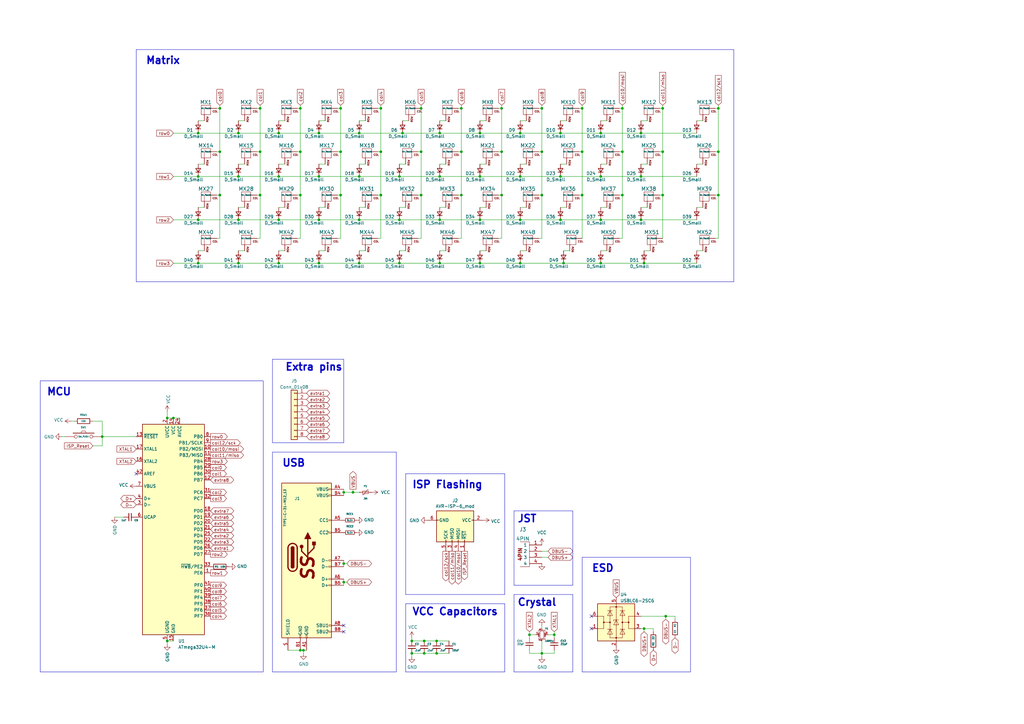
<source format=kicad_sch>
(kicad_sch (version 20230121) (generator eeschema)
  (paper "A3")
  (junction (at 97.79 90.17))
  (junction (at 140.97 238.76))
  (junction (at 172.72 62.23))
  (junction (at 165.1 54.61))
  (junction (at 246.38 54.61))
  (junction (at 189.23 44.45))
  (junction (at 222.25 80.01))
  (junction (at 123.19 44.45))
  (junction (at 123.19 266.7))
  (junction (at 168.91 262.89))
  (junction (at 246.38 90.17))
  (junction (at 41.91 179.07))
  (junction (at 90.17 62.23))
  (junction (at 246.38 107.95))
  (junction (at 180.34 90.17))
  (junction (at 163.83 90.17))
  (junction (at 130.81 90.17))
  (junction (at 180.34 54.61))
  (junction (at 124.46 266.7))
  (junction (at 130.81 54.61))
  (junction (at 255.27 44.45))
  (junction (at 294.64 62.23))
  (junction (at 90.17 80.01))
  (junction (at 130.81 72.39))
  (junction (at 81.28 90.17))
  (junction (at 217.17 260.35))
  (junction (at 229.87 54.61))
  (junction (at 222.25 267.97))
  (junction (at 68.58 262.89))
  (junction (at 227.33 260.35))
  (junction (at 213.36 72.39))
  (junction (at 168.91 267.97))
  (junction (at 90.17 44.45))
  (junction (at 196.85 107.95))
  (junction (at 262.89 90.17))
  (junction (at 114.3 90.17))
  (junction (at 156.21 44.45))
  (junction (at 255.27 80.01))
  (junction (at 262.89 72.39))
  (junction (at 156.21 62.23))
  (junction (at 140.97 201.93))
  (junction (at 222.25 44.45))
  (junction (at 238.76 80.01))
  (junction (at 213.36 90.17))
  (junction (at 97.79 107.95))
  (junction (at 156.21 80.01))
  (junction (at 196.85 54.61))
  (junction (at 114.3 107.95))
  (junction (at 179.07 262.89))
  (junction (at 222.25 62.23))
  (junction (at 97.79 72.39))
  (junction (at 264.16 257.81))
  (junction (at 173.99 267.97))
  (junction (at 172.72 44.45))
  (junction (at 106.68 62.23))
  (junction (at 238.76 62.23))
  (junction (at 147.32 90.17))
  (junction (at 262.89 54.61))
  (junction (at 123.19 62.23))
  (junction (at 144.78 201.93))
  (junction (at 139.7 62.23))
  (junction (at 179.07 267.97))
  (junction (at 163.83 107.95))
  (junction (at 139.7 44.45))
  (junction (at 173.99 262.89))
  (junction (at 189.23 80.01))
  (junction (at 246.38 72.39))
  (junction (at 180.34 107.95))
  (junction (at 81.28 72.39))
  (junction (at 123.19 80.01))
  (junction (at 147.32 72.39))
  (junction (at 196.85 72.39))
  (junction (at 147.32 107.95))
  (junction (at 196.85 90.17))
  (junction (at 255.27 62.23))
  (junction (at 189.23 62.23))
  (junction (at 130.81 107.95))
  (junction (at 68.58 171.45))
  (junction (at 205.74 44.45))
  (junction (at 271.78 62.23))
  (junction (at 213.36 107.95))
  (junction (at 273.05 252.73))
  (junction (at 172.72 80.01))
  (junction (at 71.12 171.45))
  (junction (at 114.3 54.61))
  (junction (at 81.28 54.61))
  (junction (at 294.64 44.45))
  (junction (at 139.7 80.01))
  (junction (at 231.14 107.95))
  (junction (at 294.64 80.01))
  (junction (at 238.76 44.45))
  (junction (at 140.97 231.14))
  (junction (at 147.32 54.61))
  (junction (at 97.79 54.61))
  (junction (at 163.83 72.39))
  (junction (at 213.36 54.61))
  (junction (at 106.68 44.45))
  (junction (at 229.87 72.39))
  (junction (at 114.3 72.39))
  (junction (at 81.28 107.95))
  (junction (at 271.78 80.01))
  (junction (at 264.16 107.95))
  (junction (at 106.68 80.01))
  (junction (at 205.74 80.01))
  (junction (at 180.34 72.39))
  (junction (at 271.78 44.45))
  (junction (at 205.74 62.23))
  (junction (at 229.87 90.17))
  (no_connect (at 140.97 259.08))
  (no_connect (at 242.57 252.73))
  (no_connect (at 140.97 256.54))
  (no_connect (at 242.57 257.81))
  (no_connect (at 55.88 194.31))
  (wire (pts (xy 255.27 62.23) (xy 254 62.23)))
  (wire (pts (xy 273.05 252.73) (xy 273.05 254)))
  (wire (pts (xy 172.72 80.01) (xy 171.45 80.01)))
  (wire (pts (xy 189.23 62.23) (xy 187.96 62.23)))
  (wire (pts (xy 262.89 72.39) (xy 285.75 72.39)))
  (polyline (pts (xy 207.01 194.31) (xy 207.01 243.84)))
  (wire (pts (xy 246.38 102.87) (xy 248.92 102.87)))
  (wire (pts (xy 140.97 231.14) (xy 140.97 232.41)))
  (wire (pts (xy 196.85 90.17) (xy 213.36 90.17)))
  (wire (pts (xy 139.7 44.45) (xy 138.43 44.45)))
  (wire (pts (xy 38.1 172.72) (xy 41.91 172.72)))
  (wire (pts (xy 68.58 262.89) (xy 68.58 264.16)))
  (wire (pts (xy 227.33 267.97) (xy 227.33 266.7)))
  (wire (pts (xy 231.14 102.87) (xy 233.68 102.87)))
  (wire (pts (xy 30.48 172.72) (xy 29.21 172.72)))
  (polyline (pts (xy 207.01 243.84) (xy 166.37 243.84)))
  (wire (pts (xy 147.32 67.31) (xy 149.86 67.31)))
  (wire (pts (xy 184.15 262.89) (xy 179.07 262.89)))
  (wire (pts (xy 220.98 62.23) (xy 222.25 62.23)))
  (wire (pts (xy 262.89 49.53) (xy 265.43 49.53)))
  (wire (pts (xy 147.32 49.53) (xy 149.86 49.53)))
  (wire (pts (xy 163.83 67.31) (xy 166.37 67.31)))
  (wire (pts (xy 154.94 80.01) (xy 156.21 80.01)))
  (wire (pts (xy 255.27 43.18) (xy 255.27 44.45)))
  (wire (pts (xy 154.94 62.23) (xy 156.21 62.23)))
  (wire (pts (xy 219.71 260.35) (xy 217.17 260.35)))
  (wire (pts (xy 138.43 62.23) (xy 139.7 62.23)))
  (wire (pts (xy 262.89 85.09) (xy 265.43 85.09)))
  (wire (pts (xy 270.51 62.23) (xy 271.78 62.23)))
  (wire (pts (xy 105.41 62.23) (xy 106.68 62.23)))
  (wire (pts (xy 285.75 67.31) (xy 288.29 67.31)))
  (wire (pts (xy 140.97 238.76) (xy 140.97 240.03)))
  (wire (pts (xy 285.75 49.53) (xy 288.29 49.53)))
  (wire (pts (xy 118.11 266.7) (xy 123.19 266.7)))
  (wire (pts (xy 88.9 62.23) (xy 90.17 62.23)))
  (wire (pts (xy 293.37 62.23) (xy 294.64 62.23)))
  (wire (pts (xy 123.19 266.7) (xy 124.46 266.7)))
  (wire (pts (xy 189.23 44.45) (xy 189.23 62.23)))
  (wire (pts (xy 213.36 90.17) (xy 229.87 90.17)))
  (wire (pts (xy 285.75 85.09) (xy 288.29 85.09)))
  (wire (pts (xy 220.98 44.45) (xy 222.25 44.45)))
  (wire (pts (xy 246.38 107.95) (xy 264.16 107.95)))
  (wire (pts (xy 26.67 179.07) (xy 25.4 179.07)))
  (wire (pts (xy 171.45 62.23) (xy 172.72 62.23)))
  (wire (pts (xy 97.79 67.31) (xy 100.33 67.31)))
  (wire (pts (xy 105.41 44.45) (xy 106.68 44.45)))
  (wire (pts (xy 81.28 67.31) (xy 83.82 67.31)))
  (wire (pts (xy 68.58 171.45) (xy 71.12 171.45)))
  (wire (pts (xy 196.85 85.09) (xy 199.39 85.09)))
  (wire (pts (xy 90.17 62.23) (xy 90.17 80.01)))
  (wire (pts (xy 196.85 107.95) (xy 213.36 107.95)))
  (wire (pts (xy 163.83 102.87) (xy 166.37 102.87)))
  (wire (pts (xy 154.94 44.45) (xy 156.21 44.45)))
  (wire (pts (xy 144.78 200.66) (xy 144.78 201.93)))
  (wire (pts (xy 123.19 62.23) (xy 123.19 80.01)))
  (wire (pts (xy 121.92 97.79) (xy 123.19 97.79)))
  (wire (pts (xy 97.79 49.53) (xy 100.33 49.53)))
  (wire (pts (xy 227.33 260.35) (xy 227.33 259.08)))
  (wire (pts (xy 130.81 107.95) (xy 147.32 107.95)))
  (wire (pts (xy 147.32 54.61) (xy 165.1 54.61)))
  (wire (pts (xy 205.74 43.18) (xy 205.74 44.45)))
  (polyline (pts (xy 210.82 209.55) (xy 234.95 209.55)))
  (wire (pts (xy 139.7 44.45) (xy 139.7 62.23)))
  (wire (pts (xy 180.34 107.95) (xy 196.85 107.95)))
  (wire (pts (xy 238.76 43.18) (xy 238.76 44.45)))
  (wire (pts (xy 114.3 102.87) (xy 116.84 102.87)))
  (wire (pts (xy 227.33 260.35) (xy 227.33 261.62)))
  (wire (pts (xy 238.76 80.01) (xy 237.49 80.01)))
  (polyline (pts (xy 234.95 275.59) (xy 234.95 243.84)))
  (wire (pts (xy 187.96 97.79) (xy 189.23 97.79)))
  (wire (pts (xy 264.16 257.81) (xy 267.97 257.81)))
  (wire (pts (xy 90.17 44.45) (xy 90.17 62.23)))
  (wire (pts (xy 71.12 171.45) (xy 73.66 171.45)))
  (wire (pts (xy 204.47 80.01) (xy 205.74 80.01)))
  (wire (pts (xy 294.64 80.01) (xy 294.64 97.79)))
  (wire (pts (xy 81.28 107.95) (xy 97.79 107.95)))
  (wire (pts (xy 156.21 97.79) (xy 154.94 97.79)))
  (wire (pts (xy 106.68 80.01) (xy 106.68 97.79)))
  (wire (pts (xy 139.7 43.18) (xy 139.7 44.45)))
  (wire (pts (xy 139.7 80.01) (xy 139.7 97.79)))
  (wire (pts (xy 246.38 67.31) (xy 248.92 67.31)))
  (wire (pts (xy 71.12 72.39) (xy 81.28 72.39)))
  (wire (pts (xy 140.97 229.87) (xy 140.97 231.14)))
  (wire (pts (xy 140.97 201.93) (xy 144.78 201.93)))
  (wire (pts (xy 163.83 90.17) (xy 180.34 90.17)))
  (wire (pts (xy 254 80.01) (xy 255.27 80.01)))
  (wire (pts (xy 147.32 107.95) (xy 163.83 107.95)))
  (wire (pts (xy 196.85 54.61) (xy 213.36 54.61)))
  (wire (pts (xy 163.83 107.95) (xy 180.34 107.95)))
  (wire (pts (xy 106.68 62.23) (xy 106.68 80.01)))
  (wire (pts (xy 264.16 102.87) (xy 266.7 102.87)))
  (wire (pts (xy 180.34 49.53) (xy 182.88 49.53)))
  (wire (pts (xy 81.28 72.39) (xy 97.79 72.39)))
  (wire (pts (xy 165.1 54.61) (xy 180.34 54.61)))
  (wire (pts (xy 294.64 44.45) (xy 294.64 62.23)))
  (wire (pts (xy 156.21 43.18) (xy 156.21 44.45)))
  (wire (pts (xy 114.3 49.53) (xy 116.84 49.53)))
  (wire (pts (xy 220.98 80.01) (xy 222.25 80.01)))
  (wire (pts (xy 138.43 97.79) (xy 139.7 97.79)))
  (polyline (pts (xy 234.95 209.55) (xy 234.95 240.03)))
  (wire (pts (xy 180.34 85.09) (xy 182.88 85.09)))
  (wire (pts (xy 106.68 80.01) (xy 105.41 80.01)))
  (wire (pts (xy 271.78 44.45) (xy 271.78 62.23)))
  (wire (pts (xy 262.89 252.73) (xy 273.05 252.73)))
  (wire (pts (xy 222.25 226.06) (xy 224.79 226.06)))
  (wire (pts (xy 196.85 67.31) (xy 199.39 67.31)))
  (wire (pts (xy 68.58 262.89) (xy 71.12 262.89)))
  (wire (pts (xy 114.3 72.39) (xy 130.81 72.39)))
  (wire (pts (xy 180.34 102.87) (xy 182.88 102.87)))
  (wire (pts (xy 123.19 80.01) (xy 123.19 97.79)))
  (polyline (pts (xy 166.37 243.84) (xy 166.37 194.31)))
  (wire (pts (xy 172.72 62.23) (xy 172.72 80.01)))
  (wire (pts (xy 130.81 85.09) (xy 133.35 85.09)))
  (wire (pts (xy 222.25 80.01) (xy 222.25 97.79)))
  (wire (pts (xy 71.12 90.17) (xy 81.28 90.17)))
  (wire (pts (xy 71.12 107.95) (xy 81.28 107.95)))
  (wire (pts (xy 41.91 182.88) (xy 38.1 182.88)))
  (wire (pts (xy 271.78 43.18) (xy 271.78 44.45)))
  (wire (pts (xy 213.36 102.87) (xy 215.9 102.87)))
  (wire (pts (xy 222.25 267.97) (xy 222.25 269.24)))
  (wire (pts (xy 114.3 107.95) (xy 130.81 107.95)))
  (wire (pts (xy 213.36 67.31) (xy 215.9 67.31)))
  (wire (pts (xy 262.89 257.81) (xy 264.16 257.81)))
  (wire (pts (xy 264.16 107.95) (xy 285.75 107.95)))
  (wire (pts (xy 147.32 102.87) (xy 149.86 102.87)))
  (wire (pts (xy 270.51 44.45) (xy 271.78 44.45)))
  (wire (pts (xy 255.27 80.01) (xy 255.27 97.79)))
  (wire (pts (xy 173.99 262.89) (xy 168.91 262.89)))
  (wire (pts (xy 238.76 62.23) (xy 238.76 80.01)))
  (wire (pts (xy 231.14 107.95) (xy 246.38 107.95)))
  (wire (pts (xy 171.45 97.79) (xy 172.72 97.79)))
  (wire (pts (xy 262.89 54.61) (xy 285.75 54.61)))
  (wire (pts (xy 156.21 44.45) (xy 156.21 62.23)))
  (wire (pts (xy 238.76 80.01) (xy 238.76 97.79)))
  (wire (pts (xy 213.36 72.39) (xy 229.87 72.39)))
  (wire (pts (xy 229.87 85.09) (xy 232.41 85.09)))
  (wire (pts (xy 97.79 102.87) (xy 100.33 102.87)))
  (wire (pts (xy 81.28 85.09) (xy 83.82 85.09)))
  (wire (pts (xy 68.58 168.91) (xy 68.58 171.45)))
  (polyline (pts (xy 166.37 275.59) (xy 207.01 275.59)))
  (wire (pts (xy 114.3 54.61) (xy 130.81 54.61)))
  (wire (pts (xy 124.46 266.7) (xy 125.73 266.7)))
  (wire (pts (xy 165.1 49.53) (xy 167.64 49.53)))
  (wire (pts (xy 139.7 62.23) (xy 139.7 80.01)))
  (wire (pts (xy 140.97 237.49) (xy 140.97 238.76)))
  (wire (pts (xy 97.79 72.39) (xy 114.3 72.39)))
  (wire (pts (xy 123.19 62.23) (xy 121.92 62.23)))
  (wire (pts (xy 238.76 44.45) (xy 238.76 62.23)))
  (wire (pts (xy 294.64 62.23) (xy 294.64 80.01)))
  (wire (pts (xy 81.28 102.87) (xy 83.82 102.87)))
  (wire (pts (xy 172.72 43.18) (xy 172.72 44.45)))
  (wire (pts (xy 123.19 44.45) (xy 123.19 62.23)))
  (wire (pts (xy 124.46 266.7) (xy 124.46 267.97)))
  (wire (pts (xy 46.99 212.09) (xy 50.8 212.09)))
  (wire (pts (xy 130.81 67.31) (xy 133.35 67.31)))
  (wire (pts (xy 222.25 228.6) (xy 224.79 228.6)))
  (wire (pts (xy 271.78 80.01) (xy 271.78 97.79)))
  (wire (pts (xy 41.91 172.72) (xy 41.91 179.07)))
  (wire (pts (xy 173.99 267.97) (xy 168.91 267.97)))
  (wire (pts (xy 273.05 252.73) (xy 276.86 252.73)))
  (wire (pts (xy 294.64 43.18) (xy 294.64 44.45)))
  (wire (pts (xy 293.37 80.01) (xy 294.64 80.01)))
  (wire (pts (xy 140.97 200.66) (xy 140.97 201.93)))
  (wire (pts (xy 147.32 90.17) (xy 163.83 90.17)))
  (wire (pts (xy 88.9 44.45) (xy 90.17 44.45)))
  (wire (pts (xy 138.43 80.01) (xy 139.7 80.01)))
  (wire (pts (xy 179.07 267.97) (xy 173.99 267.97)))
  (wire (pts (xy 293.37 44.45) (xy 294.64 44.45)))
  (polyline (pts (xy 166.37 194.31) (xy 207.01 194.31)))
  (wire (pts (xy 229.87 72.39) (xy 246.38 72.39)))
  (wire (pts (xy 147.32 72.39) (xy 163.83 72.39)))
  (wire (pts (xy 168.91 267.97) (xy 168.91 269.24)))
  (wire (pts (xy 180.34 54.61) (xy 196.85 54.61)))
  (polyline (pts (xy 210.82 243.84) (xy 234.95 243.84)))
  (wire (pts (xy 217.17 266.7) (xy 217.17 267.97)))
  (wire (pts (xy 81.28 54.61) (xy 97.79 54.61)))
  (wire (pts (xy 270.51 80.01) (xy 271.78 80.01)))
  (wire (pts (xy 114.3 85.09) (xy 116.84 85.09)))
  (wire (pts (xy 205.74 44.45) (xy 205.74 62.23)))
  (wire (pts (xy 180.34 90.17) (xy 196.85 90.17)))
  (wire (pts (xy 213.36 49.53) (xy 215.9 49.53)))
  (wire (pts (xy 262.89 90.17) (xy 285.75 90.17)))
  (wire (pts (xy 156.21 80.01) (xy 156.21 97.79)))
  (wire (pts (xy 168.91 261.62) (xy 168.91 262.89)))
  (wire (pts (xy 229.87 49.53) (xy 232.41 49.53)))
  (wire (pts (xy 130.81 49.53) (xy 133.35 49.53)))
  (wire (pts (xy 255.27 44.45) (xy 255.27 62.23)))
  (wire (pts (xy 142.24 231.14) (xy 140.97 231.14)))
  (wire (pts (xy 254 97.79) (xy 255.27 97.79)))
  (wire (pts (xy 41.91 179.07) (xy 41.91 182.88)))
  (wire (pts (xy 285.75 102.87) (xy 288.29 102.87)))
  (wire (pts (xy 196.85 72.39) (xy 213.36 72.39)))
  (wire (pts (xy 90.17 97.79) (xy 88.9 97.79)))
  (wire (pts (xy 293.37 97.79) (xy 294.64 97.79)))
  (wire (pts (xy 229.87 67.31) (xy 232.41 67.31)))
  (wire (pts (xy 81.28 49.53) (xy 83.82 49.53)))
  (wire (pts (xy 187.96 44.45) (xy 189.23 44.45)))
  (polyline (pts (xy 166.37 247.65) (xy 166.37 275.59)))
  (polyline (pts (xy 207.01 275.59) (xy 207.01 247.65)))
  (wire (pts (xy 123.19 43.18) (xy 123.19 44.45)))
  (wire (pts (xy 90.17 43.18) (xy 90.17 44.45)))
  (wire (pts (xy 184.15 267.97) (xy 179.07 267.97)))
  (wire (pts (xy 237.49 44.45) (xy 238.76 44.45)))
  (wire (pts (xy 114.3 67.31) (xy 116.84 67.31)))
  (wire (pts (xy 229.87 90.17) (xy 246.38 90.17)))
  (wire (pts (xy 142.24 238.76) (xy 140.97 238.76)))
  (wire (pts (xy 105.41 97.79) (xy 106.68 97.79)))
  (wire (pts (xy 271.78 62.23) (xy 271.78 80.01)))
  (wire (pts (xy 97.79 90.17) (xy 114.3 90.17)))
  (wire (pts (xy 222.25 62.23) (xy 222.25 80.01)))
  (wire (pts (xy 71.12 54.61) (xy 81.28 54.61)))
  (wire (pts (xy 179.07 262.89) (xy 173.99 262.89)))
  (wire (pts (xy 189.23 62.23) (xy 189.23 80.01)))
  (wire (pts (xy 172.72 44.45) (xy 172.72 62.23)))
  (wire (pts (xy 163.83 72.39) (xy 180.34 72.39)))
  (wire (pts (xy 205.74 80.01) (xy 205.74 97.79)))
  (wire (pts (xy 217.17 260.35) (xy 217.17 259.08)))
  (polyline (pts (xy 210.82 240.03) (xy 210.82 209.55)))
  (wire (pts (xy 196.85 49.53) (xy 199.39 49.53)))
  (wire (pts (xy 264.16 257.81) (xy 264.16 259.08)))
  (wire (pts (xy 90.17 80.01) (xy 90.17 97.79)))
  (wire (pts (xy 187.96 80.01) (xy 189.23 80.01)))
  (wire (pts (xy 180.34 72.39) (xy 196.85 72.39)))
  (wire (pts (xy 246.38 49.53) (xy 248.92 49.53)))
  (wire (pts (xy 217.17 267.97) (xy 222.25 267.97)))
  (wire (pts (xy 41.91 179.07) (xy 55.88 179.07)))
  (polyline (pts (xy 210.82 275.59) (xy 234.95 275.59)))
  (wire (pts (xy 130.81 102.87) (xy 133.35 102.87)))
  (wire (pts (xy 222.25 262.89) (xy 222.25 267.97)))
  (wire (pts (xy 222.25 97.79) (xy 220.98 97.79)))
  (wire (pts (xy 237.49 62.23) (xy 238.76 62.23)))
  (wire (pts (xy 246.38 85.09) (xy 248.92 85.09)))
  (polyline (pts (xy 207.01 247.65) (xy 166.37 247.65)))
  (wire (pts (xy 246.38 54.61) (xy 262.89 54.61)))
  (wire (pts (xy 114.3 90.17) (xy 130.81 90.17)))
  (wire (pts (xy 130.81 90.17) (xy 147.32 90.17)))
  (wire (pts (xy 229.87 54.61) (xy 246.38 54.61)))
  (wire (pts (xy 147.32 85.09) (xy 149.86 85.09)))
  (wire (pts (xy 222.25 44.45) (xy 222.25 62.23)))
  (wire (pts (xy 163.83 85.09) (xy 166.37 85.09)))
  (wire (pts (xy 81.28 90.17) (xy 97.79 90.17)))
  (wire (pts (xy 180.34 67.31) (xy 182.88 67.31)))
  (wire (pts (xy 130.81 54.61) (xy 147.32 54.61)))
  (wire (pts (xy 255.27 62.23) (xy 255.27 80.01)))
  (wire (pts (xy 246.38 72.39) (xy 262.89 72.39)))
  (wire (pts (xy 97.79 54.61) (xy 114.3 54.61)))
  (wire (pts (xy 222.25 256.54) (xy 222.25 257.81)))
  (wire (pts (xy 144.78 201.93) (xy 147.32 201.93)))
  (wire (pts (xy 276.86 252.73) (xy 276.86 254)))
  (wire (pts (xy 224.79 260.35) (xy 227.33 260.35)))
  (wire (pts (xy 97.79 107.95) (xy 114.3 107.95)))
  (wire (pts (xy 121.92 80.01) (xy 123.19 80.01)))
  (polyline (pts (xy 210.82 240.03) (xy 234.95 240.03)))
  (wire (pts (xy 205.74 44.45) (xy 204.47 44.45)))
  (wire (pts (xy 156.21 62.23) (xy 156.21 80.01)))
  (wire (pts (xy 130.81 72.39) (xy 147.32 72.39)))
  (wire (pts (xy 189.23 43.18) (xy 189.23 44.45)))
  (wire (pts (xy 222.25 43.18) (xy 222.25 44.45)))
  (polyline (pts (xy 210.82 243.84) (xy 210.82 275.59)))
  (wire (pts (xy 204.47 62.23) (xy 205.74 62.23)))
  (wire (pts (xy 222.25 267.97) (xy 227.33 267.97)))
  (wire (pts (xy 213.36 107.95) (xy 231.14 107.95)))
  (wire (pts (xy 121.92 44.45) (xy 123.19 44.45)))
  (wire (pts (xy 97.79 85.09) (xy 100.33 85.09)))
  (wire (pts (xy 254 44.45) (xy 255.27 44.45)))
  (wire (pts (xy 106.68 44.45) (xy 106.68 62.23)))
  (wire (pts (xy 196.85 102.87) (xy 199.39 102.87)))
  (wire (pts (xy 172.72 80.01) (xy 172.72 97.79)))
  (wire (pts (xy 88.9 80.01) (xy 90.17 80.01)))
  (wire (pts (xy 246.38 90.17) (xy 262.89 90.17)))
  (wire (pts (xy 213.36 85.09) (xy 215.9 85.09)))
  (wire (pts (xy 217.17 260.35) (xy 217.17 261.62)))
  (wire (pts (xy 262.89 67.31) (xy 265.43 67.31)))
  (wire (pts (xy 205.74 62.23) (xy 205.74 80.01)))
  (wire (pts (xy 204.47 97.79) (xy 205.74 97.79)))
  (wire (pts (xy 213.36 54.61) (xy 229.87 54.61)))
  (wire (pts (xy 106.68 43.18) (xy 106.68 44.45)))
  (wire (pts (xy 267.97 257.81) (xy 267.97 259.08)))
  (wire (pts (xy 140.97 201.93) (xy 140.97 203.2)))
  (wire (pts (xy 189.23 80.01) (xy 189.23 97.79)))
  (rectangle (start 16.51 156.21) (end 107.95 275.59))
  (rectangle (start 238.76 228.6) (end 283.21 275.59))
  (rectangle (start 111.76 147.32) (end 140.97 181.61))
  (rectangle (start 111.76 185.42) (end 162.56 275.59))
  (rectangle (start 55.88 20.32) (end 300.99 115.57))
  (text "ESD" (at 242.57 234.95 0) (effects (font (size 3 3) (thickness 0.6) bold) (justify left bottom)))
  (text "ISP Flashing" (at 168.91 200.66 0) (effects (font (size 3 3) (thickness 0.6) bold) (justify left bottom)))
  (text "Matrix" (at 59.69 26.67 0) (effects (font (size 3 3) (thickness 0.6) bold) (justify left bottom)))
  (text "VCC Capacitors" (at 168.91 252.73 0) (effects (font (size 3 3) (thickness 0.6) bold) (justify left bottom)))
  (text "Crystal" (at 212.09 248.92 0) (effects (font (size 3 3) (thickness 0.6) bold) (justify left bottom)))
  (text "Extra pins" (at 116.84 152.4 0) (effects (font (size 3 3) (thickness 0.6) bold) (justify left bottom)))
  (text "JST" (at 212.09 214.63 0) (effects (font (size 3 3) (thickness 0.6) bold) (justify left bottom)))
  (text "MCU" (at 19.05 162.56 0) (effects (font (size 3 3) (thickness 0.6) bold) (justify left bottom)))
  (text "USB" (at 115.57 191.77 0) (effects (font (size 3 3) (thickness 0.6) bold) (justify left bottom)))
  (global_label "row0" (shape input) (at 71.12 54.61 180) (property "Intersheetrefs" "${INTERSHEET_REFS}" (effects hide)))
  (global_label "col5" (shape output) (at 86.36 250.19 0) (property "Intersheetrefs" "${INTERSHEET_REFS}" (effects hide)))
  (global_label "col8" (shape output) (at 86.36 242.57 0) (property "Intersheetrefs" "${INTERSHEET_REFS}" (effects hide)))
  (global_label "col6" (shape output) (at 86.36 247.65 0) (property "Intersheetrefs" "${INTERSHEET_REFS}" (effects hide)))
  (global_label "row3" (shape output) (at 86.36 189.23 0) (property "Intersheetrefs" "${INTERSHEET_REFS}" (effects hide)))
  (global_label "DBUS+" (shape bidirectional) (at 264.16 259.08 270) (property "Intersheetrefs" "${INTERSHEET_REFS}" (effects hide)))
  (global_label "col4" (shape input) (at 156.21 43.18 90) (property "Intersheetrefs" "${INTERSHEET_REFS}" (effects hide)))
  (global_label "extra1" (shape bidirectional) (at 125.73 161.29 0) (property "Intersheetrefs" "${INTERSHEET_REFS}" (effects hide)))
  (global_label "col9" (shape output) (at 86.36 240.03 0) (property "Intersheetrefs" "${INTERSHEET_REFS}" (effects hide)))
  (global_label "VBUS" (shape output) (at 144.78 200.66 90) (property "Intersheetrefs" "${INTERSHEET_REFS}" (effects hide)))
  (global_label "extra8" (shape bidirectional) (at 86.36 196.85 0) (property "Intersheetrefs" "${INTERSHEET_REFS}" (effects hide)))
  (global_label "D+" (shape bidirectional) (at 55.88 204.47 180) (property "Intersheetrefs" "${INTERSHEET_REFS}" (effects hide)))
  (global_label "extra3" (shape bidirectional) (at 125.73 166.37 0) (property "Intersheetrefs" "${INTERSHEET_REFS}" (effects hide)))
  (global_label "extra6" (shape bidirectional) (at 86.36 212.09 0) (property "Intersheetrefs" "${INTERSHEET_REFS}" (effects hide)))
  (global_label "col12{slash}sck" (shape output) (at 182.88 226.06 270) (property "Intersheetrefs" "${INTERSHEET_REFS}" (effects hide)))
  (global_label "col2" (shape input) (at 123.19 43.18 90) (property "Intersheetrefs" "${INTERSHEET_REFS}" (effects hide)))
  (global_label "DBUS-" (shape bidirectional) (at 273.05 254 270) (property "Intersheetrefs" "${INTERSHEET_REFS}" (effects hide)))
  (global_label "ISP_Reset" (shape output) (at 190.5 226.06 270) (property "Intersheetrefs" "${INTERSHEET_REFS}" (effects hide)))
  (global_label "extra7" (shape bidirectional) (at 125.73 176.53 0) (property "Intersheetrefs" "${INTERSHEET_REFS}" (effects hide)))
  (global_label "col6" (shape input) (at 189.23 43.18 90) (property "Intersheetrefs" "${INTERSHEET_REFS}" (effects hide)))
  (global_label "XTAL1" (shape input) (at 55.88 184.15 180) (property "Intersheetrefs" "${INTERSHEET_REFS}" (effects hide)))
  (global_label "row2" (shape input) (at 71.12 90.17 180) (property "Intersheetrefs" "${INTERSHEET_REFS}" (effects hide)))
  (global_label "col11{slash}miso" (shape output) (at 185.42 226.06 270) (property "Intersheetrefs" "${INTERSHEET_REFS}" (effects hide)))
  (global_label "extra5" (shape bidirectional) (at 86.36 214.63 0) (property "Intersheetrefs" "${INTERSHEET_REFS}" (effects hide)))
  (global_label "col3" (shape input) (at 139.7 43.18 90) (property "Intersheetrefs" "${INTERSHEET_REFS}" (effects hide)))
  (global_label "D-" (shape bidirectional) (at 55.88 207.01 180) (property "Intersheetrefs" "${INTERSHEET_REFS}" (effects hide)))
  (global_label "extra6" (shape bidirectional) (at 125.73 173.99 0) (property "Intersheetrefs" "${INTERSHEET_REFS}" (effects hide)))
  (global_label "col10{slash}mosi" (shape output) (at 187.96 226.06 270) (property "Intersheetrefs" "${INTERSHEET_REFS}" (effects hide)))
  (global_label "XTAL1" (shape input) (at 227.33 259.08 90) (property "Intersheetrefs" "${INTERSHEET_REFS}" (effects hide)))
  (global_label "extra7" (shape bidirectional) (at 86.36 209.55 0) (property "Intersheetrefs" "${INTERSHEET_REFS}" (effects hide)))
  (global_label "col9" (shape input) (at 238.76 43.18 90) (property "Intersheetrefs" "${INTERSHEET_REFS}" (effects hide)))
  (global_label "extra1" (shape bidirectional) (at 86.36 224.79 0) (property "Intersheetrefs" "${INTERSHEET_REFS}" (effects hide)))
  (global_label "col5" (shape input) (at 172.72 43.18 90) (property "Intersheetrefs" "${INTERSHEET_REFS}" (effects hide)))
  (global_label "XTAL2" (shape input) (at 55.88 189.23 180) (property "Intersheetrefs" "${INTERSHEET_REFS}" (effects hide)))
  (global_label "col2" (shape output) (at 86.36 201.93 0) (property "Intersheetrefs" "${INTERSHEET_REFS}" (effects hide)))
  (global_label "row1" (shape output) (at 86.36 234.95 0) (property "Intersheetrefs" "${INTERSHEET_REFS}" (effects hide)))
  (global_label "DBUS+" (shape bidirectional) (at 142.24 238.76 0) (property "Intersheetrefs" "${INTERSHEET_REFS}" (effects hide)))
  (global_label "col3" (shape output) (at 86.36 204.47 0) (property "Intersheetrefs" "${INTERSHEET_REFS}" (effects hide)))
  (global_label "row0" (shape output) (at 86.36 179.07 0) (property "Intersheetrefs" "${INTERSHEET_REFS}" (effects hide)))
  (global_label "extra2" (shape bidirectional) (at 125.73 163.83 0) (property "Intersheetrefs" "${INTERSHEET_REFS}" (effects hide)))
  (global_label "extra8" (shape bidirectional) (at 125.73 179.07 0) (property "Intersheetrefs" "${INTERSHEET_REFS}" (effects hide)))
  (global_label "extra4" (shape bidirectional) (at 86.36 217.17 0) (property "Intersheetrefs" "${INTERSHEET_REFS}" (effects hide)))
  (global_label "row1" (shape input) (at 71.12 72.39 180) (property "Intersheetrefs" "${INTERSHEET_REFS}" (effects hide)))
  (global_label "col10{slash}mosi" (shape input) (at 255.27 43.18 90) (property "Intersheetrefs" "${INTERSHEET_REFS}" (effects hide)))
  (global_label "row3" (shape input) (at 71.12 107.95 180) (property "Intersheetrefs" "${INTERSHEET_REFS}" (effects hide)))
  (global_label "col1" (shape input) (at 106.68 43.18 90) (property "Intersheetrefs" "${INTERSHEET_REFS}" (effects hide)))
  (global_label "DBUS-" (shape bidirectional) (at 224.79 226.06 0) (property "Intersheetrefs" "${INTERSHEET_REFS}" (effects hide)))
  (global_label "D-" (shape bidirectional) (at 276.86 261.62 270) (property "Intersheetrefs" "${INTERSHEET_REFS}" (effects hide)))
  (global_label "col4" (shape output) (at 86.36 252.73 0) (property "Intersheetrefs" "${INTERSHEET_REFS}" (effects hide)))
  (global_label "col7" (shape input) (at 205.74 43.18 90) (property "Intersheetrefs" "${INTERSHEET_REFS}" (effects hide)))
  (global_label "col0" (shape input) (at 90.17 43.18 90) (property "Intersheetrefs" "${INTERSHEET_REFS}" (effects hide)))
  (global_label "D+" (shape bidirectional) (at 267.97 266.7 270) (property "Intersheetrefs" "${INTERSHEET_REFS}" (effects hide)))
  (global_label "DBUS+" (shape bidirectional) (at 224.79 228.6 0) (property "Intersheetrefs" "${INTERSHEET_REFS}" (effects hide)))
  (global_label "col11{slash}miso" (shape output) (at 86.36 186.69 0) (property "Intersheetrefs" "${INTERSHEET_REFS}" (effects hide)))
  (global_label "extra2" (shape bidirectional) (at 86.36 219.71 0) (property "Intersheetrefs" "${INTERSHEET_REFS}" (effects hide)))
  (global_label "extra4" (shape bidirectional) (at 125.73 168.91 0) (property "Intersheetrefs" "${INTERSHEET_REFS}" (effects hide)))
  (global_label "XTAL2" (shape input) (at 217.17 259.08 90) (property "Intersheetrefs" "${INTERSHEET_REFS}" (effects hide)))
  (global_label "row2" (shape output) (at 86.36 227.33 0) (property "Intersheetrefs" "${INTERSHEET_REFS}" (effects hide)))
  (global_label "extra5" (shape bidirectional) (at 125.73 171.45 0) (property "Intersheetrefs" "${INTERSHEET_REFS}" (effects hide)))
  (global_label "col7" (shape output) (at 86.36 245.11 0) (property "Intersheetrefs" "${INTERSHEET_REFS}" (effects hide)))
  (global_label "col1" (shape output) (at 86.36 194.31 0) (property "Intersheetrefs" "${INTERSHEET_REFS}" (effects hide)))
  (global_label "DBUS-" (shape bidirectional) (at 142.24 231.14 0) (property "Intersheetrefs" "${INTERSHEET_REFS}" (effects hide)))
  (global_label "col12{slash}sck" (shape output) (at 86.36 181.61 0) (property "Intersheetrefs" "${INTERSHEET_REFS}" (effects hide)))
  (global_label "col0" (shape output) (at 86.36 191.77 0) (property "Intersheetrefs" "${INTERSHEET_REFS}" (effects hide)))
  (global_label "extra3" (shape bidirectional) (at 86.36 222.25 0) (property "Intersheetrefs" "${INTERSHEET_REFS}" (effects hide)))
  (global_label "col10{slash}mosi" (shape output) (at 86.36 184.15 0) (property "Intersheetrefs" "${INTERSHEET_REFS}" (effects hide)))
  (global_label "col11{slash}miso" (shape input) (at 271.78 43.18 90) (property "Intersheetrefs" "${INTERSHEET_REFS}" (effects hide)))
  (global_label "col12{slash}sck" (shape input) (at 294.64 43.18 90) (property "Intersheetrefs" "${INTERSHEET_REFS}" (effects hide)))
  (global_label "ISP_Reset" (shape input) (at 38.1 182.88 180) (property "Intersheetrefs" "${INTERSHEET_REFS}" (effects hide)))
  (global_label "col8" (shape input) (at 222.25 43.18 90) (property "Intersheetrefs" "${INTERSHEET_REFS}" (effects hide)))
  (global_label "VBUS" (shape input) (at 252.73 245.11 90) (property "Intersheetrefs" "${INTERSHEET_REFS}" (effects hide)))
  (symbol (lib_id "Device:D_Small") (at 262.89 69.85 90) (unit 1)
    (property "Reference" "D25" (at 260.858 71.12 90) (effects (justify left)))
    (property "Value" "D_Small" (at 264.922 73.66 90) (effects (justify left)))
    (property "Footprint" "Diode_SMD:D_SOD-123" (effects hide))
    (property "Sim.Device" "D" (effects hide))
    (property "Sim.Pins" "1=K 2=A" (effects hide))
  )
  (symbol (lib_id "MX_Alps_Hybrid:MX-NoLED") (at 134.62 99.06 0) (unit 1)
    (property "Reference" "MX43" (at 133.985 95.25 0) (effects (font (size 1.524 1.524))))
    (property "Value" "MX-NoLED" (at 133.985 97.79 0) (effects (font (size 0.508 0.508))))
    (property "Footprint" "MX_Only:MXOnly-1U-Hotswap" (effects hide))
  )
  (symbol (lib_id "Device:D_Small") (at 246.38 105.41 90) (unit 1)
    (property "Reference" "D50" (at 244.348 106.68 90) (effects (justify left)))
    (property "Value" "D_Small" (at 248.412 109.22 90) (effects (justify left)))
    (property "Footprint" "Diode_SMD:D_SOD-123" (effects hide))
    (property "Sim.Device" "D" (effects hide))
    (property "Sim.Pins" "1=K 2=A" (effects hide))
  )
  (symbol (lib_id "MX_Alps_Hybrid:MX-NoLED") (at 200.66 81.28 0) (unit 1)
    (property "Reference" "MX34" (at 200.025 77.47 0) (effects (font (size 1.524 1.524))))
    (property "Value" "MX-NoLED" (at 200.025 80.01 0) (effects (font (size 0.508 0.508))))
    (property "Footprint" "MX_Only:MXOnly-1U-Hotswap" (effects hide))
  )
  (symbol (lib_id "power:GND") (at 68.58 264.16 0) (unit 1)
    (property "Reference" "#PWR05" (effects hide))
    (property "Value" "GND" (at 68.707 267.4112 90) (effects (justify right)))
  )
  (symbol (lib_id "MX_Alps_Hybrid:MX-NoLED") (at 250.19 63.5 0) (unit 1)
    (property "Reference" "MX24" (at 249.555 59.69 0) (effects (font (size 1.524 1.524))))
    (property "Value" "MX-NoLED" (at 249.555 62.23 0) (effects (font (size 0.508 0.508))))
    (property "Footprint" "MX_Only:MXOnly-1U-Hotswap" (effects hide))
  )
  (symbol (lib_id "Device:D_Small") (at 285.75 69.85 90) (unit 1)
    (property "Reference" "D26" (at 283.718 71.12 90) (effects (justify left)))
    (property "Value" "D_Small" (at 287.782 73.66 90) (effects (justify left)))
    (property "Footprint" "Diode_SMD:D_SOD-123" (effects hide))
    (property "Sim.Device" "D" (effects hide))
    (property "Sim.Pins" "1=K 2=A" (effects hide))
  )
  (symbol (lib_id "power:GND") (at 252.73 265.43 0) (unit 1)
    (property "Reference" "#PWR023" (effects hide))
    (property "Value" "GND" (at 252.857 268.6812 90) (effects (justify right)))
  )
  (symbol (lib_id "Device:D_Small") (at 262.89 87.63 90) (unit 1)
    (property "Reference" "D38" (at 260.858 88.9 90) (effects (justify left)))
    (property "Value" "D_Small" (at 264.922 91.44 90) (effects (justify left)))
    (property "Footprint" "Diode_SMD:D_SOD-123" (effects hide))
    (property "Sim.Device" "D" (effects hide))
    (property "Sim.Pins" "1=K 2=A" (effects hide))
  )
  (symbol (lib_id "Device:D_Small") (at 264.16 105.41 90) (unit 1)
    (property "Reference" "D51" (at 262.128 106.68 90) (effects (justify left)))
    (property "Value" "D_Small" (at 266.192 109.22 90) (effects (justify left)))
    (property "Footprint" "Diode_SMD:D_SOD-123" (effects hide))
    (property "Sim.Device" "D" (effects hide))
    (property "Sim.Pins" "1=K 2=A" (effects hide))
  )
  (symbol (lib_id "Device:D_Small") (at 213.36 105.41 90) (unit 1)
    (property "Reference" "D48" (at 211.328 106.68 90) (effects (justify left)))
    (property "Value" "D_Small" (at 215.392 109.22 90) (effects (justify left)))
    (property "Footprint" "Diode_SMD:D_SOD-123" (effects hide))
    (property "Sim.Device" "D" (effects hide))
    (property "Sim.Pins" "1=K 2=A" (effects hide))
  )
  (symbol (lib_id "Device:D_Small") (at 229.87 69.85 90) (unit 1)
    (property "Reference" "D23" (at 227.838 71.12 90) (effects (justify left)))
    (property "Value" "D_Small" (at 231.902 73.66 90) (effects (justify left)))
    (property "Footprint" "Diode_SMD:D_SOD-123" (effects hide))
    (property "Sim.Device" "D" (effects hide))
    (property "Sim.Pins" "1=K 2=A" (effects hide))
  )
  (symbol (lib_id "MX_Alps_Hybrid:MX-NoLED") (at 85.09 99.06 0) (unit 1)
    (property "Reference" "MX40" (at 84.455 95.25 0) (effects (font (size 1.524 1.524))))
    (property "Value" "MX-NoLED" (at 84.455 97.79 0) (effects (font (size 0.508 0.508))))
    (property "Footprint" "MX_Only:MXOnly-1U-Hotswap" (effects hide))
  )
  (symbol (lib_id "Device:R_Small") (at 143.51 218.44 270) (unit 1)
    (property "Reference" "RCC2" (at 143.51 215.9 90) (effects (font (size 0.7112 0.7112))))
    (property "Value" "5.1k" (at 143.51 218.44 90) (effects (font (size 0.7112 0.7112))))
    (property "Footprint" "Resistor_SMD:R_0603_1608Metric" (effects hide))
  )
  (symbol (lib_id "power:GND") (at 146.05 213.36 90) (unit 1)
    (property "Reference" "#PWR08" (effects hide))
    (property "Value" "GND" (at 149.3012 213.233 90) (effects (justify right)))
  )
  (symbol (lib_id "power:GND") (at 168.91 269.24 0) (unit 1)
    (property "Reference" "#PWR015" (effects hide))
    (property "Value" "GND" (at 169.037 273.6342 0))
  )
  (symbol (lib_id "MX_Alps_Hybrid:MX-NoLED") (at 134.62 81.28 0) (unit 1)
    (property "Reference" "MX30" (at 133.985 77.47 0) (effects (font (size 1.524 1.524))))
    (property "Value" "MX-NoLED" (at 133.985 80.01 0) (effects (font (size 0.508 0.508))))
    (property "Footprint" "MX_Only:MXOnly-1U-Hotswap" (effects hide))
  )
  (symbol (lib_id "Device:D_Small") (at 147.32 87.63 90) (unit 1)
    (property "Reference" "D31" (at 145.288 88.9 90) (effects (justify left)))
    (property "Value" "D_Small" (at 149.352 91.44 90) (effects (justify left)))
    (property "Footprint" "Diode_SMD:D_SOD-123" (effects hide))
    (property "Sim.Device" "D" (effects hide))
    (property "Sim.Pins" "1=K 2=A" (effects hide))
  )
  (symbol (lib_id "MX_Alps_Hybrid:MX-NoLED") (at 134.62 63.5 0) (unit 1)
    (property "Reference" "MX17" (at 133.985 59.69 0) (effects (font (size 1.524 1.524))))
    (property "Value" "MX-NoLED" (at 133.985 62.23 0) (effects (font (size 0.508 0.508))))
    (property "Footprint" "MX_Only:MXOnly-1U-Hotswap" (effects hide))
  )
  (symbol (lib_id "Device:D_Small") (at 147.32 52.07 90) (unit 1)
    (property "Reference" "D5" (at 145.288 53.34 90) (effects (justify left)))
    (property "Value" "D_Small" (at 149.352 55.88 90) (effects (justify left)))
    (property "Footprint" "Diode_SMD:D_SOD-123" (effects hide))
    (property "Sim.Device" "D" (effects hide))
    (property "Sim.Pins" "1=K 2=A" (effects hide))
  )
  (symbol (lib_id "MX_Alps_Hybrid:MX-NoLED") (at 134.62 45.72 0) (unit 1)
    (property "Reference" "MX4" (at 133.985 41.91 0) (effects (font (size 1.524 1.524))))
    (property "Value" "MX-NoLED" (at 133.985 44.45 0) (effects (font (size 0.508 0.508))))
    (property "Footprint" "MX_Only:MXOnly-1U-Hotswap" (effects hide))
  )
  (symbol (lib_id "Device:D_Small") (at 130.81 87.63 90) (unit 1)
    (property "Reference" "D30" (at 128.778 88.9 90) (effects (justify left)))
    (property "Value" "D_Small" (at 132.842 91.44 90) (effects (justify left)))
    (property "Footprint" "Diode_SMD:D_SOD-123" (effects hide))
    (property "Sim.Device" "D" (effects hide))
    (property "Sim.Pins" "1=K 2=A" (effects hide))
  )
  (symbol (lib_id "pcb-rescue:SW_PUSH-keyboard_parts-Ori-rescue-lucy-rescue") (at 34.29 179.07 0) (unit 1)
    (property "Reference" "SW1" (at 34.29 175.26 0) (effects (font (size 0.7112 0.7112))))
    (property "Value" "SW_PUSH" (at 34.29 179.07 0) (effects (font (size 0.6096 0.6096))))
    (property "Footprint" "random-keyboard-parts:SKQG-1155865" (effects hide))
  )
  (symbol (lib_id "Device:D_Small") (at 81.28 69.85 90) (unit 1)
    (property "Reference" "D14" (at 79.248 71.12 90) (effects (justify left)))
    (property "Value" "D_Small" (at 83.312 73.66 90) (effects (justify left)))
    (property "Footprint" "Diode_SMD:D_SOD-123" (effects hide))
    (property "Sim.Device" "D" (effects hide))
    (property "Sim.Pins" "1=K 2=A" (effects hide))
  )
  (symbol (lib_id "power:GND") (at 124.46 267.97 0) (unit 1)
    (property "Reference" "#PWR07" (effects hide))
    (property "Value" "GND" (at 124.587 272.3642 0))
  )
  (symbol (lib_id "MX_Alps_Hybrid:MX-NoLED") (at 118.11 45.72 0) (unit 1)
    (property "Reference" "MX3" (at 117.475 41.91 0) (effects (font (size 1.524 1.524))))
    (property "Value" "MX-NoLED" (at 117.475 44.45 0) (effects (font (size 0.508 0.508))))
    (property "Footprint" "MX_Only:MXOnly-1U-Hotswap" (effects hide))
  )
  (symbol (lib_id "MX_Alps_Hybrid:MX-NoLED") (at 250.19 99.06 0) (unit 1)
    (property "Reference" "MX50" (at 249.555 95.25 0) (effects (font (size 1.524 1.524))))
    (property "Value" "MX-NoLED" (at 249.555 97.79 0) (effects (font (size 0.508 0.508))))
    (property "Footprint" "MX_Only:MXOnly-1U-Hotswap" (effects hide))
  )
  (symbol (lib_id "Device:R") (at 90.17 232.41 270) (unit 1)
    (property "Reference" "R1" (at 88.9 232.41 90) (effects (font (size 0.762 0.762))))
    (property "Value" "10k" (at 91.44 232.41 90) (effects (font (size 0.762 0.762))))
    (property "Footprint" "Resistor_SMD:R_0603_1608Metric" (effects hide))
  )
  (symbol (lib_id "Device:D_Small") (at 165.1 52.07 90) (unit 1)
    (property "Reference" "D6" (at 163.068 53.34 90) (effects (justify left)))
    (property "Value" "D_Small" (at 167.132 55.88 90) (effects (justify left)))
    (property "Footprint" "Diode_SMD:D_SOD-123" (effects hide))
    (property "Sim.Device" "D" (effects hide))
    (property "Sim.Pins" "1=K 2=A" (effects hide))
  )
  (symbol (lib_id "Device:D_Small") (at 246.38 69.85 90) (unit 1)
    (property "Reference" "D24" (at 244.348 71.12 90) (effects (justify left)))
    (property "Value" "D_Small" (at 248.412 73.66 90) (effects (justify left)))
    (property "Footprint" "Diode_SMD:D_SOD-123" (effects hide))
    (property "Sim.Device" "D" (effects hide))
    (property "Sim.Pins" "1=K 2=A" (effects hide))
  )
  (symbol (lib_id "MX_Alps_Hybrid:MX-NoLED") (at 118.11 81.28 0) (unit 1)
    (property "Reference" "MX29" (at 117.475 77.47 0) (effects (font (size 1.524 1.524))))
    (property "Value" "MX-NoLED" (at 117.475 80.01 0) (effects (font (size 0.508 0.508))))
    (property "Footprint" "MX_Only:MXOnly-1U-Hotswap" (effects hide))
  )
  (symbol (lib_id "Device:D_Small") (at 163.83 69.85 90) (unit 1)
    (property "Reference" "D19" (at 161.798 71.12 90) (effects (justify left)))
    (property "Value" "D_Small" (at 165.862 73.66 90) (effects (justify left)))
    (property "Footprint" "Diode_SMD:D_SOD-123" (effects hide))
    (property "Sim.Device" "D" (effects hide))
    (property "Sim.Pins" "1=K 2=A" (effects hide))
  )
  (symbol (lib_id "MX_Alps_Hybrid:MX-NoLED") (at 151.13 99.06 0) (unit 1)
    (property "Reference" "MX44" (at 150.495 95.25 0) (effects (font (size 1.524 1.524))))
    (property "Value" "MX-NoLED" (at 150.495 97.79 0) (effects (font (size 0.508 0.508))))
    (property "Footprint" "MX_Only:MXOnly-1U-Hotswap" (effects hide))
  )
  (symbol (lib_id "power:GND") (at 25.4 179.07 270) (unit 1)
    (property "Reference" "#PWR01" (effects hide))
    (property "Value" "GND" (at 22.1488 179.197 90) (effects (justify right)))
  )
  (symbol (lib_id "Device:D_Small") (at 231.14 105.41 90) (unit 1)
    (property "Reference" "D49" (at 229.108 106.68 90) (effects (justify left)))
    (property "Value" "D_Small" (at 233.172 109.22 90) (effects (justify left)))
    (property "Footprint" "Diode_SMD:D_SOD-123" (effects hide))
    (property "Sim.Device" "D" (effects hide))
    (property "Sim.Pins" "1=K 2=A" (effects hide))
  )
  (symbol (lib_id "Device:D_Small") (at 213.36 87.63 90) (unit 1)
    (property "Reference" "D35" (at 211.328 88.9 90) (effects (justify left)))
    (property "Value" "D_Small" (at 215.392 91.44 90) (effects (justify left)))
    (property "Footprint" "Diode_SMD:D_SOD-123" (effects hide))
    (property "Sim.Device" "D" (effects hide))
    (property "Sim.Pins" "1=K 2=A" (effects hide))
  )
  (symbol (lib_id "MX_Alps_Hybrid:MX-NoLED") (at 85.09 45.72 0) (unit 1)
    (property "Reference" "MX1" (at 84.455 41.91 0) (effects (font (size 1.524 1.524))))
    (property "Value" "MX-NoLED" (at 84.455 44.45 0) (effects (font (size 0.508 0.508))))
    (property "Footprint" "MX_Only:MXOnly-1U-Hotswap" (effects hide))
  )
  (symbol (lib_id "MX_Alps_Hybrid:MX-NoLED") (at 250.19 81.28 0) (unit 1)
    (property "Reference" "MX37" (at 249.555 77.47 0) (effects (font (size 1.524 1.524))))
    (property "Value" "MX-NoLED" (at 249.555 80.01 0) (effects (font (size 0.508 0.508))))
    (property "Footprint" "MX_Only:MXOnly-1U-Hotswap" (effects hide))
  )
  (symbol (lib_id "Device:R") (at 34.29 172.72 270) (unit 1)
    (property "Reference" "RSW1" (at 34.29 170.18 90) (effects (font (size 0.7112 0.7112))))
    (property "Value" "10k" (at 34.29 172.72 90) (effects (font (size 0.7112 0.7112))))
    (property "Footprint" "Resistor_SMD:R_0603_1608Metric" (effects hide))
  )
  (symbol (lib_id "Device:D_Small") (at 196.85 52.07 90) (unit 1)
    (property "Reference" "D8" (at 194.818 53.34 90) (effects (justify left)))
    (property "Value" "D_Small" (at 198.882 55.88 90) (effects (justify left)))
    (property "Footprint" "Diode_SMD:D_SOD-123" (effects hide))
    (property "Sim.Device" "D" (effects hide))
    (property "Sim.Pins" "1=K 2=A" (effects hide))
  )
  (symbol (lib_id "Device:R") (at 267.97 262.89 0) (unit 1)
    (property "Reference" "R3" (at 267.97 264.16 90) (effects (font (size 0.7112 0.7112))))
    (property "Value" "22" (at 267.97 261.62 90) (effects (font (size 0.7112 0.7112))))
    (property "Footprint" "Resistor_SMD:R_0603_1608Metric" (effects hide))
  )
  (symbol (lib_id "power:GND") (at 222.25 269.24 0) (unit 1)
    (property "Reference" "#PWR017" (effects hide))
    (property "Value" "GND" (at 222.377 273.6342 0))
  )
  (symbol (lib_id "power:VCC") (at 222.25 223.52 0) (unit 1)
    (property "Reference" "#PWR018" (effects hide))
    (property "Value" "VCC" (at 222.25 218.44 0))
  )
  (symbol (lib_id "MX_Alps_Hybrid:MX-NoLED") (at 118.11 63.5 0) (unit 1)
    (property "Reference" "MX16" (at 117.475 59.69 0) (effects (font (size 1.524 1.524))))
    (property "Value" "MX-NoLED" (at 117.475 62.23 0) (effects (font (size 0.508 0.508))))
    (property "Footprint" "MX_Only:MXOnly-1U-Hotswap" (effects hide))
  )
  (symbol (lib_id "power:GND") (at 175.26 213.36 270) (unit 1)
    (property "Reference" "#PWR011" (effects hide))
    (property "Value" "GND" (at 172.0088 213.487 90) (effects (justify right)))
  )
  (symbol (lib_id "MX_Alps_Hybrid:MX-NoLED") (at 184.15 45.72 0) (unit 1)
    (property "Reference" "MX7" (at 183.515 41.91 0) (effects (font (size 1.524 1.524))))
    (property "Value" "MX-NoLED" (at 183.515 44.45 0) (effects (font (size 0.508 0.508))))
    (property "Footprint" "MX_Only:MXOnly-1U-Hotswap" (effects hide))
  )
  (symbol (lib_id "MX_Alps_Hybrid:MX-NoLED") (at 101.6 63.5 0) (unit 1)
    (property "Reference" "MX15" (at 100.965 59.69 0) (effects (font (size 1.524 1.524))))
    (property "Value" "MX-NoLED" (at 100.965 62.23 0) (effects (font (size 0.508 0.508))))
    (property "Footprint" "MX_Only:MXOnly-1U-Hotswap" (effects hide))
  )
  (symbol (lib_id "MX_Alps_Hybrid:MX-NoLED") (at 167.64 63.5 0) (unit 1)
    (property "Reference" "MX19" (at 167.005 59.69 0) (effects (font (size 1.524 1.524))))
    (property "Value" "MX-NoLED" (at 167.005 62.23 0) (effects (font (size 0.508 0.508))))
    (property "Footprint" "MX_Only:MXOnly-1U-Hotswap" (effects hide))
  )
  (symbol (lib_id "MX_Alps_Hybrid:MX-NoLED") (at 266.7 63.5 0) (unit 1)
    (property "Reference" "MX25" (at 266.065 59.69 0) (effects (font (size 1.524 1.524))))
    (property "Value" "MX-NoLED" (at 266.065 62.23 0) (effects (font (size 0.508 0.508))))
    (property "Footprint" "MX_Only:MXOnly-1U-Hotswap" (effects hide))
  )
  (symbol (lib_id "MX_Alps_Hybrid:MX-NoLED") (at 168.91 45.72 0) (unit 1)
    (property "Reference" "MX6" (at 168.275 41.91 0) (effects (font (size 1.524 1.524))))
    (property "Value" "MX-NoLED" (at 168.275 44.45 0) (effects (font (size 0.508 0.508))))
    (property "Footprint" "MX_Only:MXOnly-1U-Hotswap" (effects hide))
  )
  (symbol (lib_id "Device:D_Small") (at 114.3 105.41 90) (unit 1)
    (property "Reference" "D42" (at 112.268 106.68 90) (effects (justify left)))
    (property "Value" "D_Small" (at 116.332 109.22 90) (effects (justify left)))
    (property "Footprint" "Diode_SMD:D_SOD-123" (effects hide))
    (property "Sim.Device" "D" (effects hide))
    (property "Sim.Pins" "1=K 2=A" (effects hide))
  )
  (symbol (lib_id "MX_Alps_Hybrid:MX-NoLED") (at 250.19 45.72 0) (unit 1)
    (property "Reference" "MX11" (at 249.555 41.91 0) (effects (font (size 1.524 1.524))))
    (property "Value" "MX-NoLED" (at 249.555 44.45 0) (effects (font (size 0.508 0.508))))
    (property "Footprint" "MX_Only:MXOnly-1U-Hotswap" (effects hide))
  )
  (symbol (lib_id "MX_Alps_Hybrid:MX-NoLED") (at 267.97 99.06 0) (unit 1)
    (property "Reference" "MX51" (at 267.335 95.25 0) (effects (font (size 1.524 1.524))))
    (property "Value" "MX-NoLED" (at 267.335 97.79 0) (effects (font (size 0.508 0.508))))
    (property "Footprint" "MX_Only:MXOnly-1U-Hotswap" (effects hide))
  )
  (symbol (lib_id "MX_Alps_Hybrid:MX-NoLED") (at 101.6 45.72 0) (unit 1)
    (property "Reference" "MX2" (at 100.965 41.91 0) (effects (font (size 1.524 1.524))))
    (property "Value" "MX-NoLED" (at 100.965 44.45 0) (effects (font (size 0.508 0.508))))
    (property "Footprint" "MX_Only:MXOnly-1U-Hotswap" (effects hide))
  )
  (symbol (lib_id "MX_Alps_Hybrid:MX-NoLED") (at 200.66 63.5 0) (unit 1)
    (property "Reference" "MX21" (at 200.025 59.69 0) (effects (font (size 1.524 1.524))))
    (property "Value" "MX-NoLED" (at 200.025 62.23 0) (effects (font (size 0.508 0.508))))
    (property "Footprint" "MX_Only:MXOnly-1U-Hotswap" (effects hide))
  )
  (symbol (lib_id "component:GND") (at 222.25 232.41 0) (unit 1)
    (property "Reference" "#PWR019" (effects hide))
    (property "Value" "GND" (effects hide))
  )
  (symbol (lib_id "Device:D_Small") (at 97.79 87.63 90) (unit 1)
    (property "Reference" "D28" (at 95.758 88.9 90) (effects (justify left)))
    (property "Value" "D_Small" (at 99.822 91.44 90) (effects (justify left)))
    (property "Footprint" "Diode_SMD:D_SOD-123" (effects hide))
    (property "Sim.Device" "D" (effects hide))
    (property "Sim.Pins" "1=K 2=A" (effects hide))
  )
  (symbol (lib_id "pcb-rescue:TYPE-C-31-M12_13-acheronSymbols-Ori-rescue-lucy-rescue") (at 125.73 229.87 0) (unit 1)
    (property "Reference" "J1" (at 121.92 204.47 0) (effects (font (size 1.1938 1.1938))))
    (property "Value" "TYPE-C-31-M12_13" (at 116.84 208.28 90) (effects (font (size 0.9652 0.9652))))
    (property "Footprint" "acheron_Connectors:TYPE-C-31-M-12" (effects hide))
    (property "Datasheet" "https://www.usb.org/sites/default/files/documents/usb_type-c.zip" (effects hide))
  )
  (symbol (lib_id "MX_Alps_Hybrid:MX-NoLED") (at 118.11 99.06 0) (unit 1)
    (property "Reference" "MX42" (at 117.475 95.25 0) (effects (font (size 1.524 1.524))))
    (property "Value" "MX-NoLED" (at 117.475 97.79 0) (effects (font (size 0.508 0.508))))
    (property "Footprint" "MX_Only:MXOnly-1U-Hotswap" (effects hide))
  )
  (symbol (lib_id "Device:D_Small") (at 180.34 52.07 90) (unit 1)
    (property "Reference" "D7" (at 178.308 53.34 90) (effects (justify left)))
    (property "Value" "D_Small" (at 182.372 55.88 90) (effects (justify left)))
    (property "Footprint" "Diode_SMD:D_SOD-123" (effects hide))
    (property "Sim.Device" "D" (effects hide))
    (property "Sim.Pins" "1=K 2=A" (effects hide))
  )
  (symbol (lib_id "MX_Alps_Hybrid:MX-NoLED") (at 151.13 63.5 0) (unit 1)
    (property "Reference" "MX18" (at 150.495 59.69 0) (effects (font (size 1.524 1.524))))
    (property "Value" "MX-NoLED" (at 150.495 62.23 0) (effects (font (size 0.508 0.508))))
    (property "Footprint" "MX_Only:MXOnly-1U-Hotswap" (effects hide))
  )
  (symbol (lib_id "MX_Alps_Hybrid:MX-NoLED") (at 200.66 45.72 0) (unit 1)
    (property "Reference" "MX8" (at 200.025 41.91 0) (effects (font (size 1.524 1.524))))
    (property "Value" "MX-NoLED" (at 200.025 44.45 0) (effects (font (size 0.508 0.508))))
    (property "Footprint" "MX_Only:MXOnly-1U-Hotswap" (effects hide))
  )
  (symbol (lib_id "Device:D_Small") (at 97.79 69.85 90) (unit 1)
    (property "Reference" "D15" (at 95.758 71.12 90) (effects (justify left)))
    (property "Value" "D_Small" (at 99.822 73.66 90) (effects (justify left)))
    (property "Footprint" "Diode_SMD:D_SOD-123" (effects hide))
    (property "Sim.Device" "D" (effects hide))
    (property "Sim.Pins" "1=K 2=A" (effects hide))
  )
  (symbol (lib_id "Device:C_Small") (at 53.34 212.09 270) (unit 1)
    (property "Reference" "C5" (at 55.88 213.36 90) (effects (font (size 0.7112 0.7112))))
    (property "Value" "1uF" (at 50.8 213.36 90) (effects (font (size 0.7112 0.7112))))
    (property "Footprint" "Capacitor_SMD:C_0603_1608Metric" (effects hide))
  )
  (symbol (lib_id "Device:D_Small") (at 246.38 87.63 90) (unit 1)
    (property "Reference" "D37" (at 244.348 88.9 90) (effects (justify left)))
    (property "Value" "D_Small" (at 248.412 91.44 90) (effects (justify left)))
    (property "Footprint" "Diode_SMD:D_SOD-123" (effects hide))
    (property "Sim.Device" "D" (effects hide))
    (property "Sim.Pins" "1=K 2=A" (effects hide))
  )
  (symbol (lib_id "pcb-rescue:AVR-ISP-6_mod-Connector-Ori-rescue-lucy-rescue") (at 185.42 215.9 270) (unit 1)
    (property "Reference" "J2" (at 186.69 205.3082 90))
    (property "Value" "AVR-ISP-6_mod" (at 186.69 207.6196 90))
    (property "Footprint" "acheron_Connectors:PinHeader_1x6_P2.54mm_Vertical" (effects hide))
    (property "Datasheet" " ~" (effects hide))
  )
  (symbol (lib_id "MX_Alps_Hybrid:MX-NoLED") (at 217.17 45.72 0) (unit 1)
    (property "Reference" "MX9" (at 216.535 41.91 0) (effects (font (size 1.524 1.524))))
    (property "Value" "MX-NoLED" (at 216.535 44.45 0) (effects (font (size 0.508 0.508))))
    (property "Footprint" "MX_Only:MXOnly-1U-Hotswap" (effects hide))
  )
  (symbol (lib_id "MX_Alps_Hybrid:MX-NoLED") (at 151.13 81.28 0) (unit 1)
    (property "Reference" "MX31" (at 150.495 77.47 0) (effects (font (size 1.524 1.524))))
    (property "Value" "MX-NoLED" (at 150.495 80.01 0) (effects (font (size 0.508 0.508))))
    (property "Footprint" "MX_Only:MXOnly-1U-Hotswap" (effects hide))
  )
  (symbol (lib_id "Device:C_Small") (at 227.33 264.16 0) (unit 1)
    (property "Reference" "CX2" (at 229.87 262.89 0) (effects (font (size 0.762 0.762)) (justify left)))
    (property "Value" "22pF" (at 229.87 264.16 0) (effects (font (size 0.762 0.762)) (justify left)))
    (property "Footprint" "Capacitor_SMD:C_0603_1608Metric" (effects hide))
  )
  (symbol (lib_id "MX_Alps_Hybrid:MX-NoLED") (at 101.6 81.28 0) (unit 1)
    (property "Reference" "MX28" (at 100.965 77.47 0) (effects (font (size 1.524 1.524))))
    (property "Value" "MX-NoLED" (at 100.965 80.01 0) (effects (font (size 0.508 0.508))))
    (property "Footprint" "MX_Only:MXOnly-1U-Hotswap" (effects hide))
  )
  (symbol (lib_id "Device:D_Small") (at 196.85 87.63 90) (unit 1)
    (property "Reference" "D34" (at 194.818 88.9 90) (effects (justify left)))
    (property "Value" "D_Small" (at 198.882 91.44 90) (effects (justify left)))
    (property "Footprint" "Diode_SMD:D_SOD-123" (effects hide))
    (property "Sim.Device" "D" (effects hide))
    (property "Sim.Pins" "1=K 2=A" (effects hide))
  )
  (symbol (lib_id "power:VCC") (at 152.4 201.93 270) (unit 1)
    (property "Reference" "#PWR010" (effects hide))
    (property "Value" "VCC" (at 156.21 201.9299 90) (effects (justify left)))
  )
  (symbol (lib_id "MX_Alps_Hybrid:MX-NoLED") (at 151.13 45.72 0) (unit 1)
    (property "Reference" "MX5" (at 150.495 41.91 0) (effects (font (size 1.524 1.524))))
    (property "Value" "MX-NoLED" (at 150.495 44.45 0) (effects (font (size 0.508 0.508))))
    (property "Footprint" "MX_Only:MXOnly-1U-Hotswap" (effects hide))
  )
  (symbol (lib_id "MX_Alps_Hybrid:MX-NoLED") (at 85.09 81.28 0) (unit 1)
    (property "Reference" "MX27" (at 84.455 77.47 0) (effects (font (size 1.524 1.524))))
    (property "Value" "MX-NoLED" (at 84.455 80.01 0) (effects (font (size 0.508 0.508))))
    (property "Footprint" "MX_Only:MXOnly-1U-Hotswap" (effects hide))
  )
  (symbol (lib_id "Power_Protection:USBLC6-2SC6") (at 252.73 255.27 0) (unit 1)
    (property "Reference" "U4" (at 254.3811 243.84 0) (effects (justify left)))
    (property "Value" "USBLC6-2SC6" (at 254.3811 246.38 0) (effects (justify left)))
    (property "Footprint" "Package_TO_SOT_SMD:SOT-23-6" (effects hide))
    (property "Datasheet" "https://www.st.com/resource/en/datasheet/usblc6-2.pdf" (effects hide))
  )
  (symbol (lib_id "MX_Alps_Hybrid:MX-NoLED") (at 184.15 81.28 0) (unit 1)
    (property "Reference" "MX33" (at 183.515 77.47 0) (effects (font (size 1.524 1.524))))
    (property "Value" "MX-NoLED" (at 183.515 80.01 0) (effects (font (size 0.508 0.508))))
    (property "Footprint" "MX_Only:MXOnly-1U-Hotswap" (effects hide))
  )
  (symbol (lib_id "MCU_Microchip_ATmega:ATmega32U4-M") (at 71.12 217.17 0) (unit 1)
    (property "Reference" "U1" (at 73.0759 262.89 0) (effects (justify left)))
    (property "Value" "ATmega32U4-M" (at 73.0759 265.43 0) (effects (justify left)))
    (property "Footprint" "Package_DFN_QFN:QFN-44-1EP_7x7mm_P0.5mm_EP5.2x5.2mm" (effects hide))
    (property "Datasheet" "http://ww1.microchip.com/downloads/en/DeviceDoc/Atmel-7766-8-bit-AVR-ATmega16U4-32U4_Datasheet.pdf" (effects hide))
  )
  (symbol (lib_id "Device:C_Small") (at 184.15 265.43 0) (unit 1)
    (property "Reference" "C1" (at 185.42 264.16 0) (effects (font (size 0.762 0.762)) (justify left)))
    (property "Value" "10uF" (at 185.42 266.7 0) (effects (font (size 0.762 0.762)) (justify left)))
    (property "Footprint" "Capacitor_SMD:C_0603_1608Metric" (effects hide))
  )
  (symbol (lib_id "Device:C_Small") (at 168.91 265.43 0) (unit 1)
    (property "Reference" "C2" (at 170.18 264.16 0) (effects (font (size 0.762 0.762)) (justify left)))
    (property "Value" ".1uF" (at 170.18 266.7 0) (effects (font (size 0.762 0.762)) (justify left)))
    (property "Footprint" "Capacitor_SMD:C_0603_1608Metric" (effects hide))
  )
  (symbol (lib_id "power:GND") (at 46.99 212.09 0) (unit 1)
    (property "Reference" "#PWR03" (effects hide))
    (property "Value" "GND" (at 47.117 215.3412 90) (effects (justify right)))
  )
  (symbol (lib_id "Connector_Generic:Conn_01x08") (at 120.65 168.91 0) (mirror y) (unit 1)
    (property "Reference" "J5" (at 120.65 156.21 0))
    (property "Value" "Conn_01x08" (at 120.65 158.75 0))
    (property "Footprint" "Connector_PinSocket_2.54mm:PinSocket_1x08_P2.54mm_Vertical" (effects hide))
  )
  (symbol (lib_id "Device:C_Small") (at 217.17 264.16 0) (unit 1)
    (property "Reference" "CX1" (at 212.09 262.89 0) (effects (font (size 0.762 0.762)) (justify left)))
    (property "Value" "22pF" (at 212.09 264.16 0) (effects (font (size 0.762 0.762)) (justify left)))
    (property "Footprint" "Capacitor_SMD:C_0603_1608Metric" (effects hide))
  )
  (symbol (lib_id "Device:D_Small") (at 285.75 52.07 90) (unit 1)
    (property "Reference" "D13" (at 283.718 53.34 90) (effects (justify left)))
    (property "Value" "D_Small" (at 287.782 55.88 90) (effects (justify left)))
    (property "Footprint" "Diode_SMD:D_SOD-123" (effects hide))
    (property "Sim.Device" "D" (effects hide))
    (property "Sim.Pins" "1=K 2=A" (effects hide))
  )
  (symbol (lib_id "Device:D_Small") (at 180.34 105.41 90) (unit 1)
    (property "Reference" "D46" (at 178.308 106.68 90) (effects (justify left)))
    (property "Value" "D_Small" (at 182.372 109.22 90) (effects (justify left)))
    (property "Footprint" "Diode_SMD:D_SOD-123" (effects hide))
    (property "Sim.Device" "D" (effects hide))
    (property "Sim.Pins" "1=K 2=A" (effects hide))
  )
  (symbol (lib_id "Device:D_Small") (at 147.32 105.41 90) (unit 1)
    (property "Reference" "D44" (at 145.288 106.68 90) (effects (justify left)))
    (property "Value" "D_Small" (at 149.352 109.22 90) (effects (justify left)))
    (property "Footprint" "Diode_SMD:D_SOD-123" (effects hide))
    (property "Sim.Device" "D" (effects hide))
    (property "Sim.Pins" "1=K 2=A" (effects hide))
  )
  (symbol (lib_id "power:GND") (at 93.98 232.41 90) (unit 1)
    (property "Reference" "#PWR06" (effects hide))
    (property "Value" "GND" (at 97.2312 232.283 90) (effects (justify right)))
  )
  (symbol (lib_id "MX_Alps_Hybrid:MX-NoLED") (at 289.56 81.28 0) (unit 1)
    (property "Reference" "MX39" (at 288.925 77.47 0) (effects (font (size 1.524 1.524))))
    (property "Value" "MX-NoLED" (at 288.925 80.01 0) (effects (font (size 0.508 0.508))))
    (property "Footprint" "MX_Only:MXOnly-1U-Hotswap" (effects hide))
  )
  (symbol (lib_id "MX_Alps_Hybrid:MX-NoLED") (at 233.68 63.5 0) (unit 1)
    (property "Reference" "MX23" (at 233.045 59.69 0) (effects (font (size 1.524 1.524))))
    (property "Value" "MX-NoLED" (at 233.045 62.23 0) (effects (font (size 0.508 0.508))))
    (property "Footprint" "MX_Only:MXOnly-1U-Hotswap" (effects hide))
  )
  (symbol (lib_id "Device:D_Small") (at 196.85 105.41 90) (unit 1)
    (property "Reference" "D47" (at 194.818 106.68 90) (effects (justify left)))
    (property "Value" "D_Small" (at 198.882 109.22 90) (effects (justify left)))
    (property "Footprint" "Diode_SMD:D_SOD-123" (effects hide))
    (property "Sim.Device" "D" (effects hide))
    (property "Sim.Pins" "1=K 2=A" (effects hide))
  )
  (symbol (lib_id "Device:D_Small") (at 180.34 69.85 90) (unit 1)
    (property "Reference" "D20" (at 178.308 71.12 90) (effects (justify left)))
    (property "Value" "D_Small" (at 182.372 73.66 90) (effects (justify left)))
    (property "Footprint" "Diode_SMD:D_SOD-123" (effects hide))
    (property "Sim.Device" "D" (effects hide))
    (property "Sim.Pins" "1=K 2=A" (effects hide))
  )
  (symbol (lib_id "Device:D_Small") (at 130.81 105.41 90) (unit 1)
    (property "Reference" "D43" (at 128.778 106.68 90) (effects (justify left)))
    (property "Value" "D_Small" (at 132.842 109.22 90) (effects (justify left)))
    (property "Footprint" "Diode_SMD:D_SOD-123" (effects hide))
    (property "Sim.Device" "D" (effects hide))
    (property "Sim.Pins" "1=K 2=A" (effects hide))
  )
  (symbol (lib_id "MX_Alps_Hybrid:MX-NoLED") (at 233.68 45.72 0) (unit 1)
    (property "Reference" "MX10" (at 233.045 41.91 0) (effects (font (size 1.524 1.524))))
    (property "Value" "MX-NoLED" (at 233.045 44.45 0) (effects (font (size 0.508 0.508))))
    (property "Footprint" "MX_Only:MXOnly-1U-Hotswap" (effects hide))
  )
  (symbol (lib_id "Device:Polyfuse_Small") (at 149.86 201.93 270) (unit 1)
    (property "Reference" "F1" (at 149.86 199.39 90) (effects (font (size 0.7112 0.7112))))
    (property "Value" ".5A" (at 149.86 204.47 90) (effects (font (size 0.7112 0.7112))))
    (property "Footprint" "Fuse:Fuse_0805_2012Metric_Pad1.15x1.40mm_HandSolder" (effects hide))
  )
  (symbol (lib_id "MX_Alps_Hybrid:MX-NoLED") (at 289.56 45.72 0) (unit 1)
    (property "Reference" "MX13" (at 288.925 41.91 0) (effects (font (size 1.524 1.524))))
    (property "Value" "MX-NoLED" (at 288.925 44.45 0) (effects (font (size 0.508 0.508))))
    (property "Footprint" "MX_Only:MXOnly-1U-Hotswap" (effects hide))
  )
  (symbol (lib_id "MX_Alps_Hybrid:MX-NoLED") (at 167.64 81.28 0) (unit 1)
    (property "Reference" "MX32" (at 167.005 77.47 0) (effects (font (size 1.524 1.524))))
    (property "Value" "MX-NoLED" (at 167.005 80.01 0) (effects (font (size 0.508 0.508))))
    (property "Footprint" "MX_Only:MXOnly-1U-Hotswap" (effects hide))
  )
  (symbol (lib_id "Device:C_Small") (at 179.07 265.43 0) (unit 1)
    (property "Reference" "C4" (at 180.34 264.16 0) (effects (font (size 0.762 0.762)) (justify left)))
    (property "Value" ".1uF" (at 180.34 266.7 0) (effects (font (size 0.762 0.762)) (justify left)))
    (property "Footprint" "Capacitor_SMD:C_0603_1608Metric" (effects hide))
  )
  (symbol (lib_id "Device:D_Small") (at 285.75 105.41 90) (unit 1)
    (property "Reference" "D52" (at 283.718 106.68 90) (effects (justify left)))
    (property "Value" "D_Small" (at 287.782 109.22 90) (effects (justify left)))
    (property "Footprint" "Diode_SMD:D_SOD-123" (effects hide))
    (property "Sim.Device" "D" (effects hide))
    (property "Sim.Pins" "1=K 2=A" (effects hide))
  )
  (symbol (lib_id "Device:D_Small") (at 114.3 69.85 90) (unit 1)
    (property "Reference" "D16" (at 112.268 71.12 90) (effects (justify left)))
    (property "Value" "D_Small" (at 116.332 73.66 90) (effects (justify left)))
    (property "Footprint" "Diode_SMD:D_SOD-123" (effects hide))
    (property "Sim.Device" "D" (effects hide))
    (property "Sim.Pins" "1=K 2=A" (effects hide))
  )
  (symbol (lib_id "Device:R") (at 276.86 257.81 180) (unit 1)
    (property "Reference" "R2" (at 276.86 256.54 90) (effects (font (size 0.7112 0.7112))))
    (property "Value" "22" (at 276.86 259.08 90) (effects (font (size 0.7112 0.7112))))
    (property "Footprint" "Resistor_SMD:R_0603_1608Metric" (effects hide))
  )
  (symbol (lib_id "Device:D_Small") (at 229.87 87.63 90) (unit 1)
    (property "Reference" "D36" (at 227.838 88.9 90) (effects (justify left)))
    (property "Value" "D_Small" (at 231.902 91.44 90) (effects (justify left)))
    (property "Footprint" "Diode_SMD:D_SOD-123" (effects hide))
    (property "Sim.Device" "D" (effects hide))
    (property "Sim.Pins" "1=K 2=A" (effects hide))
  )
  (symbol (lib_id "Device:D_Small") (at 262.89 52.07 90) (unit 1)
    (property "Reference" "D12" (at 260.858 53.34 90) (effects (justify left)))
    (property "Value" "D_Small" (at 264.922 55.88 90) (effects (justify left)))
    (property "Footprint" "Diode_SMD:D_SOD-123" (effects hide))
    (property "Sim.Device" "D" (effects hide))
    (property "Sim.Pins" "1=K 2=A" (effects hide))
  )
  (symbol (lib_id "MX_Alps_Hybrid:MX-NoLED") (at 234.95 99.06 0) (unit 1)
    (property "Reference" "MX49" (at 234.315 95.25 0) (effects (font (size 1.524 1.524))))
    (property "Value" "MX-NoLED" (at 234.315 97.79 0) (effects (font (size 0.508 0.508))))
    (property "Footprint" "MX_Only:MXOnly-1U-Hotswap" (effects hide))
  )
  (symbol (lib_id "Device:D_Small") (at 229.87 52.07 90) (unit 1)
    (property "Reference" "D10" (at 227.838 53.34 90) (effects (justify left)))
    (property "Value" "D_Small" (at 231.902 55.88 90) (effects (justify left)))
    (property "Footprint" "Diode_SMD:D_SOD-123" (effects hide))
    (property "Sim.Device" "D" (effects hide))
    (property "Sim.Pins" "1=K 2=A" (effects hide))
  )
  (symbol (lib_id "Device:D_Small") (at 147.32 69.85 90) (unit 1)
    (property "Reference" "D18" (at 145.288 71.12 90) (effects (justify left)))
    (property "Value" "D_Small" (at 149.352 73.66 90) (effects (justify left)))
    (property "Footprint" "Diode_SMD:D_SOD-123" (effects hide))
    (property "Sim.Device" "D" (effects hide))
    (property "Sim.Pins" "1=K 2=A" (effects hide))
  )
  (symbol (lib_id "Device:C_Small") (at 173.99 265.43 0) (unit 1)
    (property "Reference" "C3" (at 175.26 264.16 0) (effects (font (size 0.762 0.762)) (justify left)))
    (property "Value" ".1uF" (at 175.26 266.7 0) (effects (font (size 0.762 0.762)) (justify left)))
    (property "Footprint" "Capacitor_SMD:C_0603_1608Metric" (effects hide))
  )
  (symbol (lib_id "MX_Alps_Hybrid:MX-NoLED") (at 200.66 99.06 0) (unit 1)
    (property "Reference" "MX47" (at 200.025 95.25 0) (effects (font (size 1.524 1.524))))
    (property "Value" "MX-NoLED" (at 200.025 97.79 0) (effects (font (size 0.508 0.508))))
    (property "Footprint" "MX_Only:MXOnly-1U-Hotswap" (effects hide))
  )
  (symbol (lib_id "Device:D_Small") (at 114.3 87.63 90) (unit 1)
    (property "Reference" "D29" (at 112.268 88.9 90) (effects (justify left)))
    (property "Value" "D_Small" (at 116.332 91.44 90) (effects (justify left)))
    (property "Footprint" "Diode_SMD:D_SOD-123" (effects hide))
    (property "Sim.Device" "D" (effects hide))
    (property "Sim.Pins" "1=K 2=A" (effects hide))
  )
  (symbol (lib_id "Device:D_Small") (at 246.38 52.07 90) (unit 1)
    (property "Reference" "D11" (at 244.348 53.34 90) (effects (justify left)))
    (property "Value" "D_Small" (at 248.412 55.88 90) (effects (justify left)))
    (property "Footprint" "Diode_SMD:D_SOD-123" (effects hide))
    (property "Sim.Device" "D" (effects hide))
    (property "Sim.Pins" "1=K 2=A" (effects hide))
  )
  (symbol (lib_id "MX_Alps_Hybrid:MX-NoLED") (at 85.09 63.5 0) (unit 1)
    (property "Reference" "MX14" (at 84.455 59.69 0) (effects (font (size 1.524 1.524))))
    (property "Value" "MX-NoLED" (at 84.455 62.23 0) (effects (font (size 0.508 0.508))))
    (property "Footprint" "MX_Only:MXOnly-1U-Hotswap" (effects hide))
  )
  (symbol (lib_id "MX_Alps_Hybrid:MX-NoLED") (at 217.17 99.06 0) (unit 1)
    (property "Reference" "MX48" (at 216.535 95.25 0) (effects (font (size 1.524 1.524))))
    (property "Value" "MX-NoLED" (at 216.535 97.79 0) (effects (font (size 0.508 0.508))))
    (property "Footprint" "MX_Only:MXOnly-1U-Hotswap" (effects hide))
  )
  (symbol (lib_id "Device:D_Small") (at 97.79 105.41 90) (unit 1)
    (property "Reference" "D41" (at 95.758 106.68 90) (effects (justify left)))
    (property "Value" "D_Small" (at 99.822 109.22 90) (effects (justify left)))
    (property "Footprint" "Diode_SMD:D_SOD-123" (effects hide))
    (property "Sim.Device" "D" (effects hide))
    (property "Sim.Pins" "1=K 2=A" (effects hide))
  )
  (symbol (lib_id "power:VCC") (at 29.21 172.72 90) (unit 1)
    (property "Reference" "#PWR02" (effects hide))
    (property "Value" "VCC" (at 25.9842 172.2628 90) (effects (justify left)))
  )
  (symbol (lib_id "MX_Alps_Hybrid:MX-NoLED") (at 289.56 63.5 0) (unit 1)
    (property "Reference" "MX26" (at 288.925 59.69 0) (effects (font (size 1.524 1.524))))
    (property "Value" "MX-NoLED" (at 288.925 62.23 0) (effects (font (size 0.508 0.508))))
    (property "Footprint" "MX_Only:MXOnly-1U-Hotswap" (effects hide))
  )
  (symbol (lib_id "Device:D_Small") (at 213.36 69.85 90) (unit 1)
    (property "Reference" "D22" (at 211.328 71.12 90) (effects (justify left)))
    (property "Value" "D_Small" (at 215.392 73.66 90) (effects (justify left)))
    (property "Footprint" "Diode_SMD:D_SOD-123" (effects hide))
    (property "Sim.Device" "D" (effects hide))
    (property "Sim.Pins" "1=K 2=A" (effects hide))
  )
  (symbol (lib_id "Device:D_Small") (at 81.28 52.07 90) (unit 1)
    (property "Reference" "D1" (at 79.248 53.34 90) (effects (justify left)))
    (property "Value" "D_Small" (at 83.312 55.88 90) (effects (justify left)))
    (property "Footprint" "Diode_SMD:D_SOD-123" (effects hide))
    (property "Sim.Device" "D" (effects hide))
    (property "Sim.Pins" "1=K 2=A" (effects hide))
  )
  (symbol (lib_id "Device:D_Small") (at 213.36 52.07 90) (unit 1)
    (property "Reference" "D9" (at 211.328 53.34 90) (effects (justify left)))
    (property "Value" "D_Small" (at 215.392 55.88 90) (effects (justify left)))
    (property "Footprint" "Diode_SMD:D_SOD-123" (effects hide))
    (property "Sim.Device" "D" (effects hide))
    (property "Sim.Pins" "1=K 2=A" (effects hide))
  )
  (symbol (lib_id "MX_Alps_Hybrid:MX-NoLED") (at 184.15 99.06 0) (unit 1)
    (property "Reference" "MX46" (at 183.515 95.25 0) (effects (font (size 1.524 1.524))))
    (property "Value" "MX-NoLED" (at 183.515 97.79 0) (effects (font (size 0.508 0.508))))
    (property "Footprint" "MX_Only:MXOnly-1U-Hotswap" (effects hide))
  )
  (symbol (lib_id "MX_Alps_Hybrid:MX-NoLED") (at 217.17 63.5 0) (unit 1)
    (property "Reference" "MX22" (at 216.535 59.69 0) (effects (font (size 1.524 1.524))))
    (property "Value" "MX-NoLED" (at 216.535 62.23 0) (effects (font (size 0.508 0.508))))
    (property "Footprint" "MX_Only:MXOnly-1U-Hotswap" (effects hide))
  )
  (symbol (lib_id "MX_Alps_Hybrid:MX-NoLED") (at 266.7 45.72 0) (unit 1)
    (property "Reference" "MX12" (at 266.065 41.91 0) (effects (font (size 1.524 1.524))))
    (property "Value" "MX-NoLED" (at 266.065 44.45 0) (effects (font (size 0.508 0.508))))
    (property "Footprint" "MX_Only:MXOnly-1U-Hotswap" (effects hide))
  )
  (symbol (lib_id "power:VCC") (at 68.58 168.91 0) (unit 1)
    (property "Reference" "#PWR04" (effects hide))
    (property "Value" "VCC" (at 69.0372 165.6842 90) (effects (justify left)))
  )
  (symbol (lib_id "component:4PIN") (at 217.17 227.33 0) (unit 1)
    (property "Reference" "J3" (at 214.423 217.17 0) (effects (font (size 1.524 1.524))))
    (property "Value" "4PIN" (at 214.423 220.98 0) (effects (font (size 1.524 1.524))))
    (property "Footprint" "Connector_JST:JST_SH_SM04B-SRSS-TB_1x04-1MP_P1.00mm_Horizontal" (effects hide))
  )
  (symbol (lib_id "Device:D_Small") (at 130.81 69.85 90) (unit 1)
    (property "Reference" "D17" (at 128.778 71.12 90) (effects (justify left)))
    (property "Value" "D_Small" (at 132.842 73.66 90) (effects (justify left)))
    (property "Footprint" "Diode_SMD:D_SOD-123" (effects hide))
    (property "Sim.Device" "D" (effects hide))
    (property "Sim.Pins" "1=K 2=A" (effects hide))
  )
  (symbol (lib_id "MX_Alps_Hybrid:MX-NoLED") (at 167.64 99.06 0) (unit 1)
    (property "Reference" "MX45" (at 167.005 95.25 0) (effects (font (size 1.524 1.524))))
    (property "Value" "MX-NoLED" (at 167.005 97.79 0) (effects (font (size 0.508 0.508))))
    (property "Footprint" "MX_Only:MXOnly-1U-Hotswap" (effects hide))
  )
  (symbol (lib_id "power:GND") (at 222.25 256.54 180) (unit 1)
    (property "Reference" "#PWR016" (effects hide))
    (property "Value" "GND" (at 222.123 252.1458 0))
  )
  (symbol (lib_id "Device:Crystal_GND24_Small") (at 222.25 260.35 0) (unit 1)
    (property "Reference" "Y1" (at 223.52 257.81 0) (effects (font (size 0.7112 0.7112)) (justify left)))
    (property "Value" "16MHz" (at 223.52 262.89 0) (effects (font (size 0.7112 0.7112)) (justify left)))
    (property "Footprint" "Crystal:Crystal_SMD_3225-4Pin_3.2x2.5mm" (effects hide))
  )
  (symbol (lib_id "Device:D_Small") (at 196.85 69.85 90) (unit 1)
    (property "Reference" "D21" (at 194.818 71.12 90) (effects (justify left)))
    (property "Value" "D_Small" (at 198.882 73.66 90) (effects (justify left)))
    (property "Footprint" "Diode_SMD:D_SOD-123" (effects hide))
    (property "Sim.Device" "D" (effects hide))
    (property "Sim.Pins" "1=K 2=A" (effects hide))
  )
  (symbol (lib_id "Device:D_Small") (at 81.28 87.63 90) (unit 1)
    (property "Reference" "D27" (at 79.248 88.9 90) (effects (justify left)))
    (property "Value" "D_Small" (at 83.312 91.44 90) (effects (justify left)))
    (property "Footprint" "Diode_SMD:D_SOD-123" (effects hide))
    (property "Sim.Device" "D" (effects hide))
    (property "Sim.Pins" "1=K 2=A" (effects hide))
  )
  (symbol (lib_id "Device:D_Small") (at 97.79 52.07 90) (unit 1)
    (property "Reference" "D2" (at 95.758 53.34 90) (effects (justify left)))
    (property "Value" "D_Small" (at 99.822 55.88 90) (effects (justify left)))
    (property "Footprint" "Diode_SMD:D_SOD-123" (effects hide))
    (property "Sim.Device" "D" (effects hide))
    (property "Sim.Pins" "1=K 2=A" (effects hide))
  )
  (symbol (lib_id "power:GND") (at 146.05 218.44 90) (unit 1)
    (property "Reference" "#PWR09" (effects hide))
    (property "Value" "GND" (at 149.3012 218.313 90) (effects (justify right)))
  )
  (symbol (lib_id "MX_Alps_Hybrid:MX-NoLED") (at 233.68 81.28 0) (unit 1)
    (property "Reference" "MX36" (at 233.045 77.47 0) (effects (font (size 1.524 1.524))))
    (property "Value" "MX-NoLED" (at 233.045 80.01 0) (effects (font (size 0.508 0.508))))
    (property "Footprint" "MX_Only:MXOnly-1U-Hotswap" (effects hide))
  )
  (symbol (lib_id "Device:D_Small") (at 114.3 52.07 90) (unit 1)
    (property "Reference" "D3" (at 112.268 53.34 90) (effects (justify left)))
    (property "Value" "D_Small" (at 116.332 55.88 90) (effects (justify left)))
    (property "Footprint" "Diode_SMD:D_SOD-123" (effects hide))
    (property "Sim.Device" "D" (effects hide))
    (property "Sim.Pins" "1=K 2=A" (effects hide))
  )
  (symbol (lib_id "MX_Alps_Hybrid:MX-NoLED") (at 184.15 63.5 0) (unit 1)
    (property "Reference" "MX20" (at 183.515 59.69 0) (effects (font (size 1.524 1.524))))
    (property "Value" "MX-NoLED" (at 183.515 62.23 0) (effects (font (size 0.508 0.508))))
    (property "Footprint" "MX_Only:MXOnly-1U-Hotswap" (effects hide))
  )
  (symbol (lib_id "Device:D_Small") (at 163.83 105.41 90) (unit 1)
    (property "Reference" "D45" (at 161.798 106.68 90) (effects (justify left)))
    (property "Value" "D_Small" (at 165.862 109.22 90) (effects (justify left)))
    (property "Footprint" "Diode_SMD:D_SOD-123" (effects hide))
    (property "Sim.Device" "D" (effects hide))
    (property "Sim.Pins" "1=K 2=A" (effects hide))
  )
  (symbol (lib_id "Device:D_Small") (at 163.83 87.63 90) (unit 1)
    (property "Reference" "D32" (at 161.798 88.9 90) (effects (justify left)))
    (property "Value" "D_Small" (at 165.862 91.44 90) (effects (justify left)))
    (property "Footprint" "Diode_SMD:D_SOD-123" (effects hide))
    (property "Sim.Device" "D" (effects hide))
    (property "Sim.Pins" "1=K 2=A" (effects hide))
  )
  (symbol (lib_id "MX_Alps_Hybrid:MX-NoLED") (at 101.6 99.06 0) (unit 1)
    (property "Reference" "MX41" (at 100.965 95.25 0) (effects (font (size 1.524 1.524))))
    (property "Value" "MX-NoLED" (at 100.965 97.79 0) (effects (font (size 0.508 0.508))))
    (property "Footprint" "MX_Only:MXOnly-1U-Hotswap" (effects hide))
  )
  (symbol (lib_id "Device:D_Small") (at 285.75 87.63 90) (unit 1)
    (property "Reference" "D39" (at 283.718 88.9 90) (effects (justify left)))
    (property "Value" "D_Small" (at 287.782 91.44 90) (effects (justify left)))
    (property "Footprint" "Diode_SMD:D_SOD-123" (effects hide))
    (property "Sim.Device" "D" (effects hide))
    (property "Sim.Pins" "1=K 2=A" (effects hide))
  )
  (symbol (lib_id "power:VCC") (at 168.91 261.62 0) (unit 1)
    (property "Reference" "#PWR014" (effects hide))
    (property "Value" "VCC" (at 169.3418 257.2258 0))
  )
  (symbol (lib_id "MX_Alps_Hybrid:MX-NoLED") (at 217.17 81.28 0) (unit 1)
    (property "Reference" "MX35" (at 216.535 77.47 0) (effects (font (size 1.524 1.524))))
    (property "Value" "MX-NoLED" (at 216.535 80.01 0) (effects (font (size 0.508 0.508))))
    (property "Footprint" "MX_Only:MXOnly-1U-Hotswap" (effects hide))
  )
  (symbol (lib_id "Device:D_Small") (at 81.28 105.41 90) (unit 1)
    (property "Reference" "D40" (at 79.248 106.68 90) (effects (justify left)))
    (property "Value" "D_Small" (at 83.312 109.22 90) (effects (justify left)))
    (property "Footprint" "Diode_SMD:D_SOD-123" (effects hide))
    (property "Sim.Device" "D" (effects hide))
    (property "Sim.Pins" "1=K 2=A" (effects hide))
  )
  (symbol (lib_id "MX_Alps_Hybrid:MX-NoLED") (at 289.56 99.06 0) (unit 1)
    (property "Reference" "MX52" (at 288.925 95.25 0) (effects (font (size 1.524 1.524))))
    (property "Value" "MX-NoLED" (at 288.925 97.79 0) (effects (font (size 0.508 0.508))))
    (property "Footprint" "MX_Only:MXOnly-1U-Hotswap" (effects hide))
  )
  (symbol (lib_id "power:VCC") (at 198.12 213.36 270) (unit 1)
    (property "Reference" "#PWR013" (effects hide))
    (property "Value" "VCC" (at 201.3712 213.7918 90) (effects (justify left)))
  )
  (symbol (lib_id "Device:D_Small") (at 130.81 52.07 90) (unit 1)
    (property "Reference" "D4" (at 128.778 53.34 90) (effects (justify left)))
    (property "Value" "D_Small" (at 132.842 55.88 90) (effects (justify left)))
    (property "Footprint" "Diode_SMD:D_SOD-123" (effects hide))
    (property "Sim.Device" "D" (effects hide))
    (property "Sim.Pins" "1=K 2=A" (effects hide))
  )
  (symbol (lib_id "MX_Alps_Hybrid:MX-NoLED") (at 266.7 81.28 0) (unit 1)
    (property "Reference" "MX38" (at 266.065 77.47 0) (effects (font (size 1.524 1.524))))
    (property "Value" "MX-NoLED" (at 266.065 80.01 0) (effects (font (size 0.508 0.508))))
    (property "Footprint" "MX_Only:MXOnly-1U-Hotswap" (effects hide))
  )
  (symbol (lib_id "Device:R_Small") (at 143.51 213.36 270) (unit 1)
    (property "Reference" "RCC1" (at 143.51 210.82 90) (effects (font (size 0.7112 0.7112))))
    (property "Value" "5.1k" (at 143.51 213.36 90) (effects (font (size 0.7112 0.7112))))
    (property "Footprint" "Resistor_SMD:R_0603_1608Metric" (effects hide))
  )
  (symbol (lib_id "Device:D_Small") (at 180.34 87.63 90) (unit 1)
    (property "Reference" "D33" (at 178.308 88.9 90) (effects (justify left)))
    (property "Value" "D_Small" (at 182.372 91.44 90) (effects (justify left)))
    (property "Footprint" "Diode_SMD:D_SOD-123" (effects hide))
    (property "Sim.Device" "D" (effects hide))
    (property "Sim.Pins" "1=K 2=A" (effects hide))
  )
  (symbol (lib_id "power:VCC") (at 55.88 199.39 90) (unit 1)
    (property "Reference" "#PWR022" (effects hide))
    (property "Value" "VCC" (at 52.6542 198.9328 90) (effects (justify left)))
  )
)
</source>
